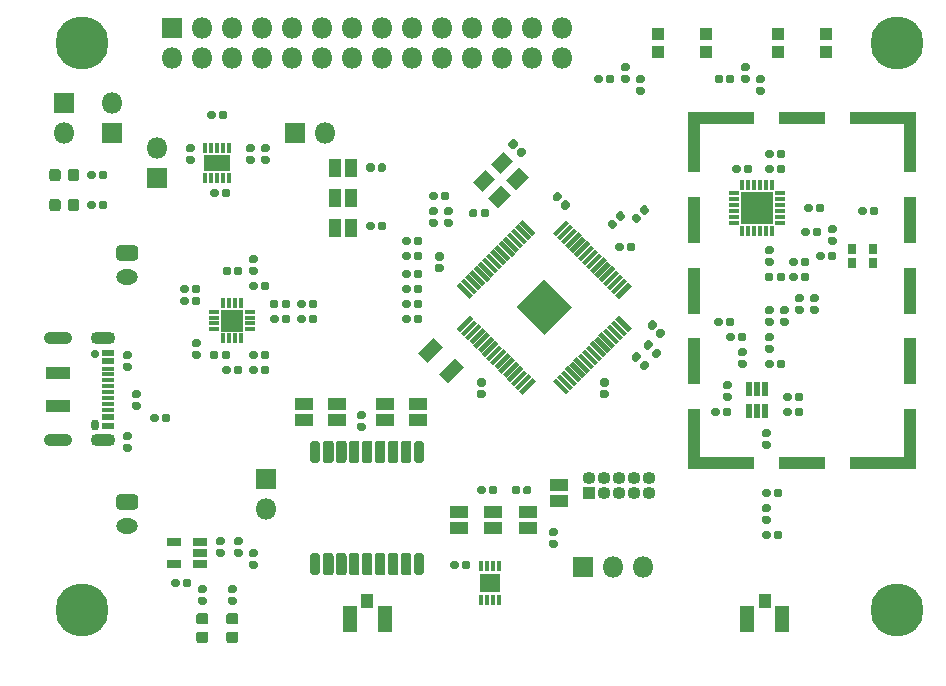
<source format=gbr>
%TF.GenerationSoftware,KiCad,Pcbnew,5.1.6-c6e7f7d~87~ubuntu19.10.1*%
%TF.CreationDate,2020-10-02T13:56:07+02:00*%
%TF.ProjectId,tardigrade,74617264-6967-4726-9164-652e6b696361,rev?*%
%TF.SameCoordinates,Original*%
%TF.FileFunction,Soldermask,Top*%
%TF.FilePolarity,Negative*%
%FSLAX46Y46*%
G04 Gerber Fmt 4.6, Leading zero omitted, Abs format (unit mm)*
G04 Created by KiCad (PCBNEW 5.1.6-c6e7f7d~87~ubuntu19.10.1) date 2020-10-02 13:56:07*
%MOMM*%
%LPD*%
G01*
G04 APERTURE LIST*
%ADD10R,4.650000X1.100000*%
%ADD11R,3.900000X1.100000*%
%ADD12R,1.100000X4.080000*%
%ADD13R,1.100000X3.900000*%
%ADD14R,1.100000X1.100000*%
%ADD15O,1.800000X1.800000*%
%ADD16R,1.800000X1.800000*%
%ADD17C,0.100000*%
%ADD18C,4.500000*%
%ADD19R,0.700000X0.900000*%
%ADD20R,0.400000X0.900000*%
%ADD21R,0.900000X0.400000*%
%ADD22R,1.850000X1.850000*%
%ADD23R,1.160000X0.750000*%
%ADD24R,1.000000X1.100000*%
%ADD25R,1.600000X1.100000*%
%ADD26R,1.100000X1.600000*%
%ADD27O,1.100000X1.100000*%
%ADD28R,1.100000X0.620000*%
%ADD29R,1.100000X0.370000*%
%ADD30O,2.100000X1.100000*%
%ADD31C,0.700000*%
%ADD32O,2.400000X1.100000*%
%ADD33O,0.700000X0.950000*%
%ADD34R,2.100000X1.100000*%
%ADD35R,1.150000X2.300000*%
%ADD36R,1.100000X1.150000*%
%ADD37O,1.850000X1.300000*%
%ADD38R,0.400000X0.950000*%
%ADD39R,1.700000X1.500000*%
%ADD40R,0.500000X1.150000*%
%ADD41R,0.950000X0.400000*%
%ADD42R,2.750000X2.750000*%
%ADD43R,2.200000X1.400000*%
G04 APERTURE END LIST*
D10*
%TO.C,J9*%
X167665000Y-49555000D03*
X167665000Y-78715000D03*
D11*
X161290000Y-49555000D03*
X161290000Y-78715000D03*
D10*
X154915000Y-49555000D03*
X154915000Y-78715000D03*
D12*
X170440000Y-52045000D03*
X152140000Y-52045000D03*
D13*
X170440000Y-58135000D03*
X152140000Y-58135000D03*
X170440000Y-64135000D03*
X152140000Y-64135000D03*
X170440000Y-70135000D03*
X152140000Y-70135000D03*
D12*
X170440000Y-76225000D03*
X152140000Y-76225000D03*
D14*
X170440000Y-78715000D03*
X170440000Y-49555000D03*
X152140000Y-49555000D03*
X152140000Y-78715000D03*
%TD*%
D15*
%TO.C,J8*%
X140970000Y-44450000D03*
X140970000Y-41910000D03*
X138430000Y-44450000D03*
X138430000Y-41910000D03*
X135890000Y-44450000D03*
X135890000Y-41910000D03*
X133350000Y-44450000D03*
X133350000Y-41910000D03*
X130810000Y-44450000D03*
X130810000Y-41910000D03*
X128270000Y-44450000D03*
X128270000Y-41910000D03*
X125730000Y-44450000D03*
X125730000Y-41910000D03*
X123190000Y-44450000D03*
X123190000Y-41910000D03*
X120650000Y-44450000D03*
X120650000Y-41910000D03*
X118110000Y-44450000D03*
X118110000Y-41910000D03*
X115570000Y-44450000D03*
X115570000Y-41910000D03*
X113030000Y-44450000D03*
X113030000Y-41910000D03*
X110490000Y-44450000D03*
X110490000Y-41910000D03*
X107950000Y-44450000D03*
D16*
X107950000Y-41910000D03*
%TD*%
D17*
%TO.C,IC2*%
G36*
X145456761Y-64541697D02*
G01*
X146570454Y-63428004D01*
X146853297Y-63710847D01*
X145739604Y-64824540D01*
X145456761Y-64541697D01*
G37*
G36*
X145103208Y-64188143D02*
G01*
X146216901Y-63074450D01*
X146499744Y-63357293D01*
X145386051Y-64470986D01*
X145103208Y-64188143D01*
G37*
G36*
X144749654Y-63834590D02*
G01*
X145863347Y-62720897D01*
X146146190Y-63003740D01*
X145032497Y-64117433D01*
X144749654Y-63834590D01*
G37*
G36*
X144396101Y-63481037D02*
G01*
X145509794Y-62367344D01*
X145792637Y-62650187D01*
X144678944Y-63763880D01*
X144396101Y-63481037D01*
G37*
G36*
X144042548Y-63127483D02*
G01*
X145156241Y-62013790D01*
X145439084Y-62296633D01*
X144325391Y-63410326D01*
X144042548Y-63127483D01*
G37*
G36*
X143688994Y-62773930D02*
G01*
X144802687Y-61660237D01*
X145085530Y-61943080D01*
X143971837Y-63056773D01*
X143688994Y-62773930D01*
G37*
G36*
X143335441Y-62420376D02*
G01*
X144449134Y-61306683D01*
X144731977Y-61589526D01*
X143618284Y-62703219D01*
X143335441Y-62420376D01*
G37*
G36*
X142981887Y-62066823D02*
G01*
X144095580Y-60953130D01*
X144378423Y-61235973D01*
X143264730Y-62349666D01*
X142981887Y-62066823D01*
G37*
G36*
X142628334Y-61713270D02*
G01*
X143742027Y-60599577D01*
X144024870Y-60882420D01*
X142911177Y-61996113D01*
X142628334Y-61713270D01*
G37*
G36*
X142274781Y-61359716D02*
G01*
X143388474Y-60246023D01*
X143671317Y-60528866D01*
X142557624Y-61642559D01*
X142274781Y-61359716D01*
G37*
G36*
X141921227Y-61006163D02*
G01*
X143034920Y-59892470D01*
X143317763Y-60175313D01*
X142204070Y-61289006D01*
X141921227Y-61006163D01*
G37*
G36*
X141567674Y-60652609D02*
G01*
X142681367Y-59538916D01*
X142964210Y-59821759D01*
X141850517Y-60935452D01*
X141567674Y-60652609D01*
G37*
G36*
X141214120Y-60299056D02*
G01*
X142327813Y-59185363D01*
X142610656Y-59468206D01*
X141496963Y-60581899D01*
X141214120Y-60299056D01*
G37*
G36*
X140860567Y-59945503D02*
G01*
X141974260Y-58831810D01*
X142257103Y-59114653D01*
X141143410Y-60228346D01*
X140860567Y-59945503D01*
G37*
G36*
X140507014Y-59591949D02*
G01*
X141620707Y-58478256D01*
X141903550Y-58761099D01*
X140789857Y-59874792D01*
X140507014Y-59591949D01*
G37*
G36*
X140153460Y-59238396D02*
G01*
X141267153Y-58124703D01*
X141549996Y-58407546D01*
X140436303Y-59521239D01*
X140153460Y-59238396D01*
G37*
G36*
X137624847Y-58124703D02*
G01*
X138738540Y-59238396D01*
X138455697Y-59521239D01*
X137342004Y-58407546D01*
X137624847Y-58124703D01*
G37*
G36*
X137271293Y-58478256D02*
G01*
X138384986Y-59591949D01*
X138102143Y-59874792D01*
X136988450Y-58761099D01*
X137271293Y-58478256D01*
G37*
G36*
X136917740Y-58831810D02*
G01*
X138031433Y-59945503D01*
X137748590Y-60228346D01*
X136634897Y-59114653D01*
X136917740Y-58831810D01*
G37*
G36*
X136564187Y-59185363D02*
G01*
X137677880Y-60299056D01*
X137395037Y-60581899D01*
X136281344Y-59468206D01*
X136564187Y-59185363D01*
G37*
G36*
X136210633Y-59538916D02*
G01*
X137324326Y-60652609D01*
X137041483Y-60935452D01*
X135927790Y-59821759D01*
X136210633Y-59538916D01*
G37*
G36*
X135857080Y-59892470D02*
G01*
X136970773Y-61006163D01*
X136687930Y-61289006D01*
X135574237Y-60175313D01*
X135857080Y-59892470D01*
G37*
G36*
X135503526Y-60246023D02*
G01*
X136617219Y-61359716D01*
X136334376Y-61642559D01*
X135220683Y-60528866D01*
X135503526Y-60246023D01*
G37*
G36*
X135149973Y-60599577D02*
G01*
X136263666Y-61713270D01*
X135980823Y-61996113D01*
X134867130Y-60882420D01*
X135149973Y-60599577D01*
G37*
G36*
X134796420Y-60953130D02*
G01*
X135910113Y-62066823D01*
X135627270Y-62349666D01*
X134513577Y-61235973D01*
X134796420Y-60953130D01*
G37*
G36*
X134442866Y-61306683D02*
G01*
X135556559Y-62420376D01*
X135273716Y-62703219D01*
X134160023Y-61589526D01*
X134442866Y-61306683D01*
G37*
G36*
X134089313Y-61660237D02*
G01*
X135203006Y-62773930D01*
X134920163Y-63056773D01*
X133806470Y-61943080D01*
X134089313Y-61660237D01*
G37*
G36*
X133735759Y-62013790D02*
G01*
X134849452Y-63127483D01*
X134566609Y-63410326D01*
X133452916Y-62296633D01*
X133735759Y-62013790D01*
G37*
G36*
X133382206Y-62367344D02*
G01*
X134495899Y-63481037D01*
X134213056Y-63763880D01*
X133099363Y-62650187D01*
X133382206Y-62367344D01*
G37*
G36*
X133028653Y-62720897D02*
G01*
X134142346Y-63834590D01*
X133859503Y-64117433D01*
X132745810Y-63003740D01*
X133028653Y-62720897D01*
G37*
G36*
X132675099Y-63074450D02*
G01*
X133788792Y-64188143D01*
X133505949Y-64470986D01*
X132392256Y-63357293D01*
X132675099Y-63074450D01*
G37*
G36*
X132321546Y-63428004D02*
G01*
X133435239Y-64541697D01*
X133152396Y-64824540D01*
X132038703Y-63710847D01*
X132321546Y-63428004D01*
G37*
G36*
X132038703Y-67353153D02*
G01*
X133152396Y-66239460D01*
X133435239Y-66522303D01*
X132321546Y-67635996D01*
X132038703Y-67353153D01*
G37*
G36*
X132392256Y-67706707D02*
G01*
X133505949Y-66593014D01*
X133788792Y-66875857D01*
X132675099Y-67989550D01*
X132392256Y-67706707D01*
G37*
G36*
X132745810Y-68060260D02*
G01*
X133859503Y-66946567D01*
X134142346Y-67229410D01*
X133028653Y-68343103D01*
X132745810Y-68060260D01*
G37*
G36*
X133099363Y-68413813D02*
G01*
X134213056Y-67300120D01*
X134495899Y-67582963D01*
X133382206Y-68696656D01*
X133099363Y-68413813D01*
G37*
G36*
X133452916Y-68767367D02*
G01*
X134566609Y-67653674D01*
X134849452Y-67936517D01*
X133735759Y-69050210D01*
X133452916Y-68767367D01*
G37*
G36*
X133806470Y-69120920D02*
G01*
X134920163Y-68007227D01*
X135203006Y-68290070D01*
X134089313Y-69403763D01*
X133806470Y-69120920D01*
G37*
G36*
X134160023Y-69474474D02*
G01*
X135273716Y-68360781D01*
X135556559Y-68643624D01*
X134442866Y-69757317D01*
X134160023Y-69474474D01*
G37*
G36*
X134513577Y-69828027D02*
G01*
X135627270Y-68714334D01*
X135910113Y-68997177D01*
X134796420Y-70110870D01*
X134513577Y-69828027D01*
G37*
G36*
X134867130Y-70181580D02*
G01*
X135980823Y-69067887D01*
X136263666Y-69350730D01*
X135149973Y-70464423D01*
X134867130Y-70181580D01*
G37*
G36*
X135220683Y-70535134D02*
G01*
X136334376Y-69421441D01*
X136617219Y-69704284D01*
X135503526Y-70817977D01*
X135220683Y-70535134D01*
G37*
G36*
X135574237Y-70888687D02*
G01*
X136687930Y-69774994D01*
X136970773Y-70057837D01*
X135857080Y-71171530D01*
X135574237Y-70888687D01*
G37*
G36*
X135927790Y-71242241D02*
G01*
X137041483Y-70128548D01*
X137324326Y-70411391D01*
X136210633Y-71525084D01*
X135927790Y-71242241D01*
G37*
G36*
X136281344Y-71595794D02*
G01*
X137395037Y-70482101D01*
X137677880Y-70764944D01*
X136564187Y-71878637D01*
X136281344Y-71595794D01*
G37*
G36*
X136634897Y-71949347D02*
G01*
X137748590Y-70835654D01*
X138031433Y-71118497D01*
X136917740Y-72232190D01*
X136634897Y-71949347D01*
G37*
G36*
X136988450Y-72302901D02*
G01*
X138102143Y-71189208D01*
X138384986Y-71472051D01*
X137271293Y-72585744D01*
X136988450Y-72302901D01*
G37*
G36*
X137342004Y-72656454D02*
G01*
X138455697Y-71542761D01*
X138738540Y-71825604D01*
X137624847Y-72939297D01*
X137342004Y-72656454D01*
G37*
G36*
X140436303Y-71542761D02*
G01*
X141549996Y-72656454D01*
X141267153Y-72939297D01*
X140153460Y-71825604D01*
X140436303Y-71542761D01*
G37*
G36*
X140789857Y-71189208D02*
G01*
X141903550Y-72302901D01*
X141620707Y-72585744D01*
X140507014Y-71472051D01*
X140789857Y-71189208D01*
G37*
G36*
X141143410Y-70835654D02*
G01*
X142257103Y-71949347D01*
X141974260Y-72232190D01*
X140860567Y-71118497D01*
X141143410Y-70835654D01*
G37*
G36*
X141496963Y-70482101D02*
G01*
X142610656Y-71595794D01*
X142327813Y-71878637D01*
X141214120Y-70764944D01*
X141496963Y-70482101D01*
G37*
G36*
X141850517Y-70128548D02*
G01*
X142964210Y-71242241D01*
X142681367Y-71525084D01*
X141567674Y-70411391D01*
X141850517Y-70128548D01*
G37*
G36*
X142204070Y-69774994D02*
G01*
X143317763Y-70888687D01*
X143034920Y-71171530D01*
X141921227Y-70057837D01*
X142204070Y-69774994D01*
G37*
G36*
X142557624Y-69421441D02*
G01*
X143671317Y-70535134D01*
X143388474Y-70817977D01*
X142274781Y-69704284D01*
X142557624Y-69421441D01*
G37*
G36*
X142911177Y-69067887D02*
G01*
X144024870Y-70181580D01*
X143742027Y-70464423D01*
X142628334Y-69350730D01*
X142911177Y-69067887D01*
G37*
G36*
X143264730Y-68714334D02*
G01*
X144378423Y-69828027D01*
X144095580Y-70110870D01*
X142981887Y-68997177D01*
X143264730Y-68714334D01*
G37*
G36*
X143618284Y-68360781D02*
G01*
X144731977Y-69474474D01*
X144449134Y-69757317D01*
X143335441Y-68643624D01*
X143618284Y-68360781D01*
G37*
G36*
X143971837Y-68007227D02*
G01*
X145085530Y-69120920D01*
X144802687Y-69403763D01*
X143688994Y-68290070D01*
X143971837Y-68007227D01*
G37*
G36*
X144325391Y-67653674D02*
G01*
X145439084Y-68767367D01*
X145156241Y-69050210D01*
X144042548Y-67936517D01*
X144325391Y-67653674D01*
G37*
G36*
X144678944Y-67300120D02*
G01*
X145792637Y-68413813D01*
X145509794Y-68696656D01*
X144396101Y-67582963D01*
X144678944Y-67300120D01*
G37*
G36*
X145032497Y-66946567D02*
G01*
X146146190Y-68060260D01*
X145863347Y-68343103D01*
X144749654Y-67229410D01*
X145032497Y-66946567D01*
G37*
G36*
X145386051Y-66593014D02*
G01*
X146499744Y-67706707D01*
X146216901Y-67989550D01*
X145103208Y-66875857D01*
X145386051Y-66593014D01*
G37*
G36*
X145739604Y-66239460D02*
G01*
X146853297Y-67353153D01*
X146570454Y-67635996D01*
X145456761Y-66522303D01*
X145739604Y-66239460D01*
G37*
G36*
X139446000Y-63191477D02*
G01*
X141786523Y-65532000D01*
X139446000Y-67872523D01*
X137105477Y-65532000D01*
X139446000Y-63191477D01*
G37*
%TD*%
%TO.C,R4*%
G36*
G01*
X115456000Y-71063500D02*
X115456000Y-70668500D01*
G75*
G02*
X115628500Y-70496000I172500J0D01*
G01*
X115973500Y-70496000D01*
G75*
G02*
X116146000Y-70668500I0J-172500D01*
G01*
X116146000Y-71063500D01*
G75*
G02*
X115973500Y-71236000I-172500J0D01*
G01*
X115628500Y-71236000D01*
G75*
G02*
X115456000Y-71063500I0J172500D01*
G01*
G37*
G36*
G01*
X114486000Y-71063500D02*
X114486000Y-70668500D01*
G75*
G02*
X114658500Y-70496000I172500J0D01*
G01*
X115003500Y-70496000D01*
G75*
G02*
X115176000Y-70668500I0J-172500D01*
G01*
X115176000Y-71063500D01*
G75*
G02*
X115003500Y-71236000I-172500J0D01*
G01*
X114658500Y-71236000D01*
G75*
G02*
X114486000Y-71063500I0J172500D01*
G01*
G37*
%TD*%
%TO.C,C19*%
G36*
G01*
X133794700Y-57384300D02*
X133794700Y-57779300D01*
G75*
G02*
X133622200Y-57951800I-172500J0D01*
G01*
X133277200Y-57951800D01*
G75*
G02*
X133104700Y-57779300I0J172500D01*
G01*
X133104700Y-57384300D01*
G75*
G02*
X133277200Y-57211800I172500J0D01*
G01*
X133622200Y-57211800D01*
G75*
G02*
X133794700Y-57384300I0J-172500D01*
G01*
G37*
G36*
G01*
X134764700Y-57384300D02*
X134764700Y-57779300D01*
G75*
G02*
X134592200Y-57951800I-172500J0D01*
G01*
X134247200Y-57951800D01*
G75*
G02*
X134074700Y-57779300I0J172500D01*
G01*
X134074700Y-57384300D01*
G75*
G02*
X134247200Y-57211800I172500J0D01*
G01*
X134592200Y-57211800D01*
G75*
G02*
X134764700Y-57384300I0J-172500D01*
G01*
G37*
%TD*%
D18*
%TO.C,H2*%
X169341800Y-43180000D03*
%TD*%
%TO.C,C38*%
G36*
G01*
X158693500Y-66154000D02*
X158298500Y-66154000D01*
G75*
G02*
X158126000Y-65981500I0J172500D01*
G01*
X158126000Y-65636500D01*
G75*
G02*
X158298500Y-65464000I172500J0D01*
G01*
X158693500Y-65464000D01*
G75*
G02*
X158866000Y-65636500I0J-172500D01*
G01*
X158866000Y-65981500D01*
G75*
G02*
X158693500Y-66154000I-172500J0D01*
G01*
G37*
G36*
G01*
X158693500Y-67124000D02*
X158298500Y-67124000D01*
G75*
G02*
X158126000Y-66951500I0J172500D01*
G01*
X158126000Y-66606500D01*
G75*
G02*
X158298500Y-66434000I172500J0D01*
G01*
X158693500Y-66434000D01*
G75*
G02*
X158866000Y-66606500I0J-172500D01*
G01*
X158866000Y-66951500D01*
G75*
G02*
X158693500Y-67124000I-172500J0D01*
G01*
G37*
%TD*%
%TO.C,C37*%
G36*
G01*
X159963500Y-66154000D02*
X159568500Y-66154000D01*
G75*
G02*
X159396000Y-65981500I0J172500D01*
G01*
X159396000Y-65636500D01*
G75*
G02*
X159568500Y-65464000I172500J0D01*
G01*
X159963500Y-65464000D01*
G75*
G02*
X160136000Y-65636500I0J-172500D01*
G01*
X160136000Y-65981500D01*
G75*
G02*
X159963500Y-66154000I-172500J0D01*
G01*
G37*
G36*
G01*
X159963500Y-67124000D02*
X159568500Y-67124000D01*
G75*
G02*
X159396000Y-66951500I0J172500D01*
G01*
X159396000Y-66606500D01*
G75*
G02*
X159568500Y-66434000I172500J0D01*
G01*
X159963500Y-66434000D01*
G75*
G02*
X160136000Y-66606500I0J-172500D01*
G01*
X160136000Y-66951500D01*
G75*
G02*
X159963500Y-67124000I-172500J0D01*
G01*
G37*
%TD*%
D19*
%TO.C,Y3*%
X165470000Y-61814000D03*
X167270000Y-61814000D03*
X167270000Y-60614000D03*
X165470000Y-60614000D03*
%TD*%
D17*
%TO.C,Y2*%
G36*
X132658560Y-70659357D02*
G01*
X131315057Y-72002860D01*
X130537240Y-71225043D01*
X131880743Y-69881540D01*
X132658560Y-70659357D01*
G37*
G36*
X130890794Y-68891591D02*
G01*
X129547291Y-70235094D01*
X128769474Y-69457277D01*
X130112977Y-68113774D01*
X130890794Y-68891591D01*
G37*
%TD*%
%TO.C,Y1*%
G36*
X134914472Y-53464207D02*
G01*
X136010487Y-52368192D01*
X136823660Y-53181365D01*
X135727645Y-54277380D01*
X134914472Y-53464207D01*
G37*
G36*
X133394192Y-54984487D02*
G01*
X134490207Y-53888472D01*
X135303380Y-54701645D01*
X134207365Y-55797660D01*
X133394192Y-54984487D01*
G37*
G36*
X134702340Y-56292635D02*
G01*
X135798355Y-55196620D01*
X136611528Y-56009793D01*
X135515513Y-57105808D01*
X134702340Y-56292635D01*
G37*
G36*
X136222620Y-54772355D02*
G01*
X137318635Y-53676340D01*
X138131808Y-54489513D01*
X137035793Y-55585528D01*
X136222620Y-54772355D01*
G37*
%TD*%
%TO.C,U3*%
G36*
G01*
X128660000Y-86350000D02*
X129060000Y-86350000D01*
G75*
G02*
X129260000Y-86550000I0J-200000D01*
G01*
X129260000Y-88050000D01*
G75*
G02*
X129060000Y-88250000I-200000J0D01*
G01*
X128660000Y-88250000D01*
G75*
G02*
X128460000Y-88050000I0J200000D01*
G01*
X128460000Y-86550000D01*
G75*
G02*
X128660000Y-86350000I200000J0D01*
G01*
G37*
G36*
G01*
X127535000Y-86350000D02*
X127985000Y-86350000D01*
G75*
G02*
X128210000Y-86575000I0J-225000D01*
G01*
X128210000Y-88025000D01*
G75*
G02*
X127985000Y-88250000I-225000J0D01*
G01*
X127535000Y-88250000D01*
G75*
G02*
X127310000Y-88025000I0J225000D01*
G01*
X127310000Y-86575000D01*
G75*
G02*
X127535000Y-86350000I225000J0D01*
G01*
G37*
G36*
G01*
X126435000Y-86350000D02*
X126885000Y-86350000D01*
G75*
G02*
X127110000Y-86575000I0J-225000D01*
G01*
X127110000Y-88025000D01*
G75*
G02*
X126885000Y-88250000I-225000J0D01*
G01*
X126435000Y-88250000D01*
G75*
G02*
X126210000Y-88025000I0J225000D01*
G01*
X126210000Y-86575000D01*
G75*
G02*
X126435000Y-86350000I225000J0D01*
G01*
G37*
G36*
G01*
X125335000Y-86350000D02*
X125785000Y-86350000D01*
G75*
G02*
X126010000Y-86575000I0J-225000D01*
G01*
X126010000Y-88025000D01*
G75*
G02*
X125785000Y-88250000I-225000J0D01*
G01*
X125335000Y-88250000D01*
G75*
G02*
X125110000Y-88025000I0J225000D01*
G01*
X125110000Y-86575000D01*
G75*
G02*
X125335000Y-86350000I225000J0D01*
G01*
G37*
G36*
G01*
X124235000Y-86350000D02*
X124685000Y-86350000D01*
G75*
G02*
X124910000Y-86575000I0J-225000D01*
G01*
X124910000Y-88025000D01*
G75*
G02*
X124685000Y-88250000I-225000J0D01*
G01*
X124235000Y-88250000D01*
G75*
G02*
X124010000Y-88025000I0J225000D01*
G01*
X124010000Y-86575000D01*
G75*
G02*
X124235000Y-86350000I225000J0D01*
G01*
G37*
G36*
G01*
X123135000Y-86350000D02*
X123585000Y-86350000D01*
G75*
G02*
X123810000Y-86575000I0J-225000D01*
G01*
X123810000Y-88025000D01*
G75*
G02*
X123585000Y-88250000I-225000J0D01*
G01*
X123135000Y-88250000D01*
G75*
G02*
X122910000Y-88025000I0J225000D01*
G01*
X122910000Y-86575000D01*
G75*
G02*
X123135000Y-86350000I225000J0D01*
G01*
G37*
G36*
G01*
X122035000Y-86350000D02*
X122485000Y-86350000D01*
G75*
G02*
X122710000Y-86575000I0J-225000D01*
G01*
X122710000Y-88025000D01*
G75*
G02*
X122485000Y-88250000I-225000J0D01*
G01*
X122035000Y-88250000D01*
G75*
G02*
X121810000Y-88025000I0J225000D01*
G01*
X121810000Y-86575000D01*
G75*
G02*
X122035000Y-86350000I225000J0D01*
G01*
G37*
G36*
G01*
X120935000Y-86350000D02*
X121385000Y-86350000D01*
G75*
G02*
X121610000Y-86575000I0J-225000D01*
G01*
X121610000Y-88025000D01*
G75*
G02*
X121385000Y-88250000I-225000J0D01*
G01*
X120935000Y-88250000D01*
G75*
G02*
X120710000Y-88025000I0J225000D01*
G01*
X120710000Y-86575000D01*
G75*
G02*
X120935000Y-86350000I225000J0D01*
G01*
G37*
G36*
G01*
X119860000Y-86350000D02*
X120260000Y-86350000D01*
G75*
G02*
X120460000Y-86550000I0J-200000D01*
G01*
X120460000Y-88050000D01*
G75*
G02*
X120260000Y-88250000I-200000J0D01*
G01*
X119860000Y-88250000D01*
G75*
G02*
X119660000Y-88050000I0J200000D01*
G01*
X119660000Y-86550000D01*
G75*
G02*
X119860000Y-86350000I200000J0D01*
G01*
G37*
G36*
G01*
X119860000Y-76850000D02*
X120260000Y-76850000D01*
G75*
G02*
X120460000Y-77050000I0J-200000D01*
G01*
X120460000Y-78550000D01*
G75*
G02*
X120260000Y-78750000I-200000J0D01*
G01*
X119860000Y-78750000D01*
G75*
G02*
X119660000Y-78550000I0J200000D01*
G01*
X119660000Y-77050000D01*
G75*
G02*
X119860000Y-76850000I200000J0D01*
G01*
G37*
G36*
G01*
X120935000Y-76850000D02*
X121385000Y-76850000D01*
G75*
G02*
X121610000Y-77075000I0J-225000D01*
G01*
X121610000Y-78525000D01*
G75*
G02*
X121385000Y-78750000I-225000J0D01*
G01*
X120935000Y-78750000D01*
G75*
G02*
X120710000Y-78525000I0J225000D01*
G01*
X120710000Y-77075000D01*
G75*
G02*
X120935000Y-76850000I225000J0D01*
G01*
G37*
G36*
G01*
X122035000Y-76850000D02*
X122485000Y-76850000D01*
G75*
G02*
X122710000Y-77075000I0J-225000D01*
G01*
X122710000Y-78525000D01*
G75*
G02*
X122485000Y-78750000I-225000J0D01*
G01*
X122035000Y-78750000D01*
G75*
G02*
X121810000Y-78525000I0J225000D01*
G01*
X121810000Y-77075000D01*
G75*
G02*
X122035000Y-76850000I225000J0D01*
G01*
G37*
G36*
G01*
X123135000Y-76850000D02*
X123585000Y-76850000D01*
G75*
G02*
X123810000Y-77075000I0J-225000D01*
G01*
X123810000Y-78525000D01*
G75*
G02*
X123585000Y-78750000I-225000J0D01*
G01*
X123135000Y-78750000D01*
G75*
G02*
X122910000Y-78525000I0J225000D01*
G01*
X122910000Y-77075000D01*
G75*
G02*
X123135000Y-76850000I225000J0D01*
G01*
G37*
G36*
G01*
X124235000Y-76850000D02*
X124685000Y-76850000D01*
G75*
G02*
X124910000Y-77075000I0J-225000D01*
G01*
X124910000Y-78525000D01*
G75*
G02*
X124685000Y-78750000I-225000J0D01*
G01*
X124235000Y-78750000D01*
G75*
G02*
X124010000Y-78525000I0J225000D01*
G01*
X124010000Y-77075000D01*
G75*
G02*
X124235000Y-76850000I225000J0D01*
G01*
G37*
G36*
G01*
X125335000Y-76850000D02*
X125785000Y-76850000D01*
G75*
G02*
X126010000Y-77075000I0J-225000D01*
G01*
X126010000Y-78525000D01*
G75*
G02*
X125785000Y-78750000I-225000J0D01*
G01*
X125335000Y-78750000D01*
G75*
G02*
X125110000Y-78525000I0J225000D01*
G01*
X125110000Y-77075000D01*
G75*
G02*
X125335000Y-76850000I225000J0D01*
G01*
G37*
G36*
G01*
X126435000Y-76850000D02*
X126885000Y-76850000D01*
G75*
G02*
X127110000Y-77075000I0J-225000D01*
G01*
X127110000Y-78525000D01*
G75*
G02*
X126885000Y-78750000I-225000J0D01*
G01*
X126435000Y-78750000D01*
G75*
G02*
X126210000Y-78525000I0J225000D01*
G01*
X126210000Y-77075000D01*
G75*
G02*
X126435000Y-76850000I225000J0D01*
G01*
G37*
G36*
G01*
X127535000Y-76850000D02*
X127985000Y-76850000D01*
G75*
G02*
X128210000Y-77075000I0J-225000D01*
G01*
X128210000Y-78525000D01*
G75*
G02*
X127985000Y-78750000I-225000J0D01*
G01*
X127535000Y-78750000D01*
G75*
G02*
X127310000Y-78525000I0J225000D01*
G01*
X127310000Y-77075000D01*
G75*
G02*
X127535000Y-76850000I225000J0D01*
G01*
G37*
G36*
G01*
X128660000Y-76850000D02*
X129060000Y-76850000D01*
G75*
G02*
X129260000Y-77050000I0J-200000D01*
G01*
X129260000Y-78550000D01*
G75*
G02*
X129060000Y-78750000I-200000J0D01*
G01*
X128660000Y-78750000D01*
G75*
G02*
X128460000Y-78550000I0J200000D01*
G01*
X128460000Y-77050000D01*
G75*
G02*
X128660000Y-76850000I200000J0D01*
G01*
G37*
%TD*%
D20*
%TO.C,U2*%
X112280000Y-68175000D03*
X112780000Y-68175000D03*
X113280000Y-68175000D03*
X113780000Y-68175000D03*
D21*
X114530000Y-67425000D03*
X114530000Y-66925000D03*
X114530000Y-66425000D03*
X114530000Y-65925000D03*
D20*
X113780000Y-65175000D03*
X113280000Y-65175000D03*
X112780000Y-65175000D03*
X112280000Y-65175000D03*
D21*
X111530000Y-65925000D03*
X111530000Y-66425000D03*
X111530000Y-66925000D03*
X111530000Y-67425000D03*
D22*
X113030000Y-66675000D03*
%TD*%
D23*
%TO.C,U1*%
X110320000Y-87310000D03*
X110320000Y-86360000D03*
X110320000Y-85410000D03*
X108120000Y-85410000D03*
X108120000Y-87310000D03*
%TD*%
D24*
%TO.C,SW2*%
X163340000Y-42380000D03*
X159240000Y-42380000D03*
X159240000Y-43980000D03*
X163340000Y-43980000D03*
%TD*%
%TO.C,SW1*%
X153180000Y-42380000D03*
X149080000Y-42380000D03*
X149080000Y-43980000D03*
X153180000Y-43980000D03*
%TD*%
%TO.C,R33*%
G36*
G01*
X101740000Y-54553500D02*
X101740000Y-54158500D01*
G75*
G02*
X101912500Y-53986000I172500J0D01*
G01*
X102257500Y-53986000D01*
G75*
G02*
X102430000Y-54158500I0J-172500D01*
G01*
X102430000Y-54553500D01*
G75*
G02*
X102257500Y-54726000I-172500J0D01*
G01*
X101912500Y-54726000D01*
G75*
G02*
X101740000Y-54553500I0J172500D01*
G01*
G37*
G36*
G01*
X100770000Y-54553500D02*
X100770000Y-54158500D01*
G75*
G02*
X100942500Y-53986000I172500J0D01*
G01*
X101287500Y-53986000D01*
G75*
G02*
X101460000Y-54158500I0J-172500D01*
G01*
X101460000Y-54553500D01*
G75*
G02*
X101287500Y-54726000I-172500J0D01*
G01*
X100942500Y-54726000D01*
G75*
G02*
X100770000Y-54553500I0J172500D01*
G01*
G37*
%TD*%
%TO.C,R32*%
G36*
G01*
X140405500Y-84950000D02*
X140010500Y-84950000D01*
G75*
G02*
X139838000Y-84777500I0J172500D01*
G01*
X139838000Y-84432500D01*
G75*
G02*
X140010500Y-84260000I172500J0D01*
G01*
X140405500Y-84260000D01*
G75*
G02*
X140578000Y-84432500I0J-172500D01*
G01*
X140578000Y-84777500D01*
G75*
G02*
X140405500Y-84950000I-172500J0D01*
G01*
G37*
G36*
G01*
X140405500Y-85920000D02*
X140010500Y-85920000D01*
G75*
G02*
X139838000Y-85747500I0J172500D01*
G01*
X139838000Y-85402500D01*
G75*
G02*
X140010500Y-85230000I172500J0D01*
G01*
X140405500Y-85230000D01*
G75*
G02*
X140578000Y-85402500I0J-172500D01*
G01*
X140578000Y-85747500D01*
G75*
G02*
X140405500Y-85920000I-172500J0D01*
G01*
G37*
%TD*%
%TO.C,R31*%
G36*
G01*
X104704500Y-73546000D02*
X105099500Y-73546000D01*
G75*
G02*
X105272000Y-73718500I0J-172500D01*
G01*
X105272000Y-74063500D01*
G75*
G02*
X105099500Y-74236000I-172500J0D01*
G01*
X104704500Y-74236000D01*
G75*
G02*
X104532000Y-74063500I0J172500D01*
G01*
X104532000Y-73718500D01*
G75*
G02*
X104704500Y-73546000I172500J0D01*
G01*
G37*
G36*
G01*
X104704500Y-72576000D02*
X105099500Y-72576000D01*
G75*
G02*
X105272000Y-72748500I0J-172500D01*
G01*
X105272000Y-73093500D01*
G75*
G02*
X105099500Y-73266000I-172500J0D01*
G01*
X104704500Y-73266000D01*
G75*
G02*
X104532000Y-73093500I0J172500D01*
G01*
X104532000Y-72748500D01*
G75*
G02*
X104704500Y-72576000I172500J0D01*
G01*
G37*
%TD*%
%TO.C,R30*%
G36*
G01*
X103942500Y-70244000D02*
X104337500Y-70244000D01*
G75*
G02*
X104510000Y-70416500I0J-172500D01*
G01*
X104510000Y-70761500D01*
G75*
G02*
X104337500Y-70934000I-172500J0D01*
G01*
X103942500Y-70934000D01*
G75*
G02*
X103770000Y-70761500I0J172500D01*
G01*
X103770000Y-70416500D01*
G75*
G02*
X103942500Y-70244000I172500J0D01*
G01*
G37*
G36*
G01*
X103942500Y-69274000D02*
X104337500Y-69274000D01*
G75*
G02*
X104510000Y-69446500I0J-172500D01*
G01*
X104510000Y-69791500D01*
G75*
G02*
X104337500Y-69964000I-172500J0D01*
G01*
X103942500Y-69964000D01*
G75*
G02*
X103770000Y-69791500I0J172500D01*
G01*
X103770000Y-69446500D01*
G75*
G02*
X103942500Y-69274000I172500J0D01*
G01*
G37*
%TD*%
%TO.C,R29*%
G36*
G01*
X154849000Y-46425500D02*
X154849000Y-46030500D01*
G75*
G02*
X155021500Y-45858000I172500J0D01*
G01*
X155366500Y-45858000D01*
G75*
G02*
X155539000Y-46030500I0J-172500D01*
G01*
X155539000Y-46425500D01*
G75*
G02*
X155366500Y-46598000I-172500J0D01*
G01*
X155021500Y-46598000D01*
G75*
G02*
X154849000Y-46425500I0J172500D01*
G01*
G37*
G36*
G01*
X153879000Y-46425500D02*
X153879000Y-46030500D01*
G75*
G02*
X154051500Y-45858000I172500J0D01*
G01*
X154396500Y-45858000D01*
G75*
G02*
X154569000Y-46030500I0J-172500D01*
G01*
X154569000Y-46425500D01*
G75*
G02*
X154396500Y-46598000I-172500J0D01*
G01*
X154051500Y-46598000D01*
G75*
G02*
X153879000Y-46425500I0J172500D01*
G01*
G37*
%TD*%
%TO.C,R28*%
G36*
G01*
X157536500Y-46876000D02*
X157931500Y-46876000D01*
G75*
G02*
X158104000Y-47048500I0J-172500D01*
G01*
X158104000Y-47393500D01*
G75*
G02*
X157931500Y-47566000I-172500J0D01*
G01*
X157536500Y-47566000D01*
G75*
G02*
X157364000Y-47393500I0J172500D01*
G01*
X157364000Y-47048500D01*
G75*
G02*
X157536500Y-46876000I172500J0D01*
G01*
G37*
G36*
G01*
X157536500Y-45906000D02*
X157931500Y-45906000D01*
G75*
G02*
X158104000Y-46078500I0J-172500D01*
G01*
X158104000Y-46423500D01*
G75*
G02*
X157931500Y-46596000I-172500J0D01*
G01*
X157536500Y-46596000D01*
G75*
G02*
X157364000Y-46423500I0J172500D01*
G01*
X157364000Y-46078500D01*
G75*
G02*
X157536500Y-45906000I172500J0D01*
G01*
G37*
%TD*%
%TO.C,R27*%
G36*
G01*
X144666000Y-46425500D02*
X144666000Y-46030500D01*
G75*
G02*
X144838500Y-45858000I172500J0D01*
G01*
X145183500Y-45858000D01*
G75*
G02*
X145356000Y-46030500I0J-172500D01*
G01*
X145356000Y-46425500D01*
G75*
G02*
X145183500Y-46598000I-172500J0D01*
G01*
X144838500Y-46598000D01*
G75*
G02*
X144666000Y-46425500I0J172500D01*
G01*
G37*
G36*
G01*
X143696000Y-46425500D02*
X143696000Y-46030500D01*
G75*
G02*
X143868500Y-45858000I172500J0D01*
G01*
X144213500Y-45858000D01*
G75*
G02*
X144386000Y-46030500I0J-172500D01*
G01*
X144386000Y-46425500D01*
G75*
G02*
X144213500Y-46598000I-172500J0D01*
G01*
X143868500Y-46598000D01*
G75*
G02*
X143696000Y-46425500I0J172500D01*
G01*
G37*
%TD*%
%TO.C,R26*%
G36*
G01*
X137681000Y-81223500D02*
X137681000Y-80828500D01*
G75*
G02*
X137853500Y-80656000I172500J0D01*
G01*
X138198500Y-80656000D01*
G75*
G02*
X138371000Y-80828500I0J-172500D01*
G01*
X138371000Y-81223500D01*
G75*
G02*
X138198500Y-81396000I-172500J0D01*
G01*
X137853500Y-81396000D01*
G75*
G02*
X137681000Y-81223500I0J172500D01*
G01*
G37*
G36*
G01*
X136711000Y-81223500D02*
X136711000Y-80828500D01*
G75*
G02*
X136883500Y-80656000I172500J0D01*
G01*
X137228500Y-80656000D01*
G75*
G02*
X137401000Y-80828500I0J-172500D01*
G01*
X137401000Y-81223500D01*
G75*
G02*
X137228500Y-81396000I-172500J0D01*
G01*
X136883500Y-81396000D01*
G75*
G02*
X136711000Y-81223500I0J172500D01*
G01*
G37*
%TD*%
%TO.C,R25*%
G36*
G01*
X134760000Y-81223500D02*
X134760000Y-80828500D01*
G75*
G02*
X134932500Y-80656000I172500J0D01*
G01*
X135277500Y-80656000D01*
G75*
G02*
X135450000Y-80828500I0J-172500D01*
G01*
X135450000Y-81223500D01*
G75*
G02*
X135277500Y-81396000I-172500J0D01*
G01*
X134932500Y-81396000D01*
G75*
G02*
X134760000Y-81223500I0J172500D01*
G01*
G37*
G36*
G01*
X133790000Y-81223500D02*
X133790000Y-80828500D01*
G75*
G02*
X133962500Y-80656000I172500J0D01*
G01*
X134307500Y-80656000D01*
G75*
G02*
X134480000Y-80828500I0J-172500D01*
G01*
X134480000Y-81223500D01*
G75*
G02*
X134307500Y-81396000I-172500J0D01*
G01*
X133962500Y-81396000D01*
G75*
G02*
X133790000Y-81223500I0J172500D01*
G01*
G37*
%TD*%
%TO.C,R24*%
G36*
G01*
X147376500Y-46876000D02*
X147771500Y-46876000D01*
G75*
G02*
X147944000Y-47048500I0J-172500D01*
G01*
X147944000Y-47393500D01*
G75*
G02*
X147771500Y-47566000I-172500J0D01*
G01*
X147376500Y-47566000D01*
G75*
G02*
X147204000Y-47393500I0J172500D01*
G01*
X147204000Y-47048500D01*
G75*
G02*
X147376500Y-46876000I172500J0D01*
G01*
G37*
G36*
G01*
X147376500Y-45906000D02*
X147771500Y-45906000D01*
G75*
G02*
X147944000Y-46078500I0J-172500D01*
G01*
X147944000Y-46423500D01*
G75*
G02*
X147771500Y-46596000I-172500J0D01*
G01*
X147376500Y-46596000D01*
G75*
G02*
X147204000Y-46423500I0J172500D01*
G01*
X147204000Y-46078500D01*
G75*
G02*
X147376500Y-45906000I172500J0D01*
G01*
G37*
%TD*%
%TO.C,R23*%
G36*
G01*
X155137500Y-72504000D02*
X154742500Y-72504000D01*
G75*
G02*
X154570000Y-72331500I0J172500D01*
G01*
X154570000Y-71986500D01*
G75*
G02*
X154742500Y-71814000I172500J0D01*
G01*
X155137500Y-71814000D01*
G75*
G02*
X155310000Y-71986500I0J-172500D01*
G01*
X155310000Y-72331500D01*
G75*
G02*
X155137500Y-72504000I-172500J0D01*
G01*
G37*
G36*
G01*
X155137500Y-73474000D02*
X154742500Y-73474000D01*
G75*
G02*
X154570000Y-73301500I0J172500D01*
G01*
X154570000Y-72956500D01*
G75*
G02*
X154742500Y-72784000I172500J0D01*
G01*
X155137500Y-72784000D01*
G75*
G02*
X155310000Y-72956500I0J-172500D01*
G01*
X155310000Y-73301500D01*
G75*
G02*
X155137500Y-73474000I-172500J0D01*
G01*
G37*
%TD*%
%TO.C,R22*%
G36*
G01*
X160668000Y-73349500D02*
X160668000Y-72954500D01*
G75*
G02*
X160840500Y-72782000I172500J0D01*
G01*
X161185500Y-72782000D01*
G75*
G02*
X161358000Y-72954500I0J-172500D01*
G01*
X161358000Y-73349500D01*
G75*
G02*
X161185500Y-73522000I-172500J0D01*
G01*
X160840500Y-73522000D01*
G75*
G02*
X160668000Y-73349500I0J172500D01*
G01*
G37*
G36*
G01*
X159698000Y-73349500D02*
X159698000Y-72954500D01*
G75*
G02*
X159870500Y-72782000I172500J0D01*
G01*
X160215500Y-72782000D01*
G75*
G02*
X160388000Y-72954500I0J-172500D01*
G01*
X160388000Y-73349500D01*
G75*
G02*
X160215500Y-73522000I-172500J0D01*
G01*
X159870500Y-73522000D01*
G75*
G02*
X159698000Y-73349500I0J172500D01*
G01*
G37*
%TD*%
%TO.C,R21*%
G36*
G01*
X161476000Y-57347500D02*
X161476000Y-56952500D01*
G75*
G02*
X161648500Y-56780000I172500J0D01*
G01*
X161993500Y-56780000D01*
G75*
G02*
X162166000Y-56952500I0J-172500D01*
G01*
X162166000Y-57347500D01*
G75*
G02*
X161993500Y-57520000I-172500J0D01*
G01*
X161648500Y-57520000D01*
G75*
G02*
X161476000Y-57347500I0J172500D01*
G01*
G37*
G36*
G01*
X162446000Y-57347500D02*
X162446000Y-56952500D01*
G75*
G02*
X162618500Y-56780000I172500J0D01*
G01*
X162963500Y-56780000D01*
G75*
G02*
X163136000Y-56952500I0J-172500D01*
G01*
X163136000Y-57347500D01*
G75*
G02*
X162963500Y-57520000I-172500J0D01*
G01*
X162618500Y-57520000D01*
G75*
G02*
X162446000Y-57347500I0J172500D01*
G01*
G37*
%TD*%
%TO.C,R20*%
G36*
G01*
X128410000Y-62935500D02*
X128410000Y-62540500D01*
G75*
G02*
X128582500Y-62368000I172500J0D01*
G01*
X128927500Y-62368000D01*
G75*
G02*
X129100000Y-62540500I0J-172500D01*
G01*
X129100000Y-62935500D01*
G75*
G02*
X128927500Y-63108000I-172500J0D01*
G01*
X128582500Y-63108000D01*
G75*
G02*
X128410000Y-62935500I0J172500D01*
G01*
G37*
G36*
G01*
X127440000Y-62935500D02*
X127440000Y-62540500D01*
G75*
G02*
X127612500Y-62368000I172500J0D01*
G01*
X127957500Y-62368000D01*
G75*
G02*
X128130000Y-62540500I0J-172500D01*
G01*
X128130000Y-62935500D01*
G75*
G02*
X127957500Y-63108000I-172500J0D01*
G01*
X127612500Y-63108000D01*
G75*
G02*
X127440000Y-62935500I0J172500D01*
G01*
G37*
%TD*%
%TO.C,R19*%
G36*
G01*
X129850500Y-58052000D02*
X130245500Y-58052000D01*
G75*
G02*
X130418000Y-58224500I0J-172500D01*
G01*
X130418000Y-58569500D01*
G75*
G02*
X130245500Y-58742000I-172500J0D01*
G01*
X129850500Y-58742000D01*
G75*
G02*
X129678000Y-58569500I0J172500D01*
G01*
X129678000Y-58224500D01*
G75*
G02*
X129850500Y-58052000I172500J0D01*
G01*
G37*
G36*
G01*
X129850500Y-57082000D02*
X130245500Y-57082000D01*
G75*
G02*
X130418000Y-57254500I0J-172500D01*
G01*
X130418000Y-57599500D01*
G75*
G02*
X130245500Y-57772000I-172500J0D01*
G01*
X129850500Y-57772000D01*
G75*
G02*
X129678000Y-57599500I0J172500D01*
G01*
X129678000Y-57254500D01*
G75*
G02*
X129850500Y-57082000I172500J0D01*
G01*
G37*
%TD*%
%TO.C,R18*%
G36*
G01*
X148549342Y-69326649D02*
X148828649Y-69047341D01*
G75*
G02*
X149072601Y-69047341I121976J-121976D01*
G01*
X149316553Y-69291293D01*
G75*
G02*
X149316553Y-69535245I-121976J-121976D01*
G01*
X149037245Y-69814553D01*
G75*
G02*
X148793293Y-69814553I-121976J121976D01*
G01*
X148549341Y-69570601D01*
G75*
G02*
X148549341Y-69326649I121976J121976D01*
G01*
G37*
G36*
G01*
X147863448Y-68640755D02*
X148142755Y-68361447D01*
G75*
G02*
X148386707Y-68361447I121976J-121976D01*
G01*
X148630659Y-68605399D01*
G75*
G02*
X148630659Y-68849351I-121976J-121976D01*
G01*
X148351351Y-69128659D01*
G75*
G02*
X148107399Y-69128659I-121976J121976D01*
G01*
X147863447Y-68884707D01*
G75*
G02*
X147863447Y-68640755I121976J121976D01*
G01*
G37*
%TD*%
%TO.C,R17*%
G36*
G01*
X125082000Y-58476500D02*
X125082000Y-58871500D01*
G75*
G02*
X124909500Y-59044000I-172500J0D01*
G01*
X124564500Y-59044000D01*
G75*
G02*
X124392000Y-58871500I0J172500D01*
G01*
X124392000Y-58476500D01*
G75*
G02*
X124564500Y-58304000I172500J0D01*
G01*
X124909500Y-58304000D01*
G75*
G02*
X125082000Y-58476500I0J-172500D01*
G01*
G37*
G36*
G01*
X126052000Y-58476500D02*
X126052000Y-58871500D01*
G75*
G02*
X125879500Y-59044000I-172500J0D01*
G01*
X125534500Y-59044000D01*
G75*
G02*
X125362000Y-58871500I0J172500D01*
G01*
X125362000Y-58476500D01*
G75*
G02*
X125534500Y-58304000I172500J0D01*
G01*
X125879500Y-58304000D01*
G75*
G02*
X126052000Y-58476500I0J-172500D01*
G01*
G37*
%TD*%
%TO.C,R16*%
G36*
G01*
X126052000Y-53523500D02*
X126052000Y-53918500D01*
G75*
G02*
X125879500Y-54091000I-172500J0D01*
G01*
X125534500Y-54091000D01*
G75*
G02*
X125362000Y-53918500I0J172500D01*
G01*
X125362000Y-53523500D01*
G75*
G02*
X125534500Y-53351000I172500J0D01*
G01*
X125879500Y-53351000D01*
G75*
G02*
X126052000Y-53523500I0J-172500D01*
G01*
G37*
G36*
G01*
X125082000Y-53523500D02*
X125082000Y-53918500D01*
G75*
G02*
X124909500Y-54091000I-172500J0D01*
G01*
X124564500Y-54091000D01*
G75*
G02*
X124392000Y-53918500I0J172500D01*
G01*
X124392000Y-53523500D01*
G75*
G02*
X124564500Y-53351000I172500J0D01*
G01*
X124909500Y-53351000D01*
G75*
G02*
X125082000Y-53523500I0J-172500D01*
G01*
G37*
%TD*%
%TO.C,R15*%
G36*
G01*
X112913000Y-62286500D02*
X112913000Y-62681500D01*
G75*
G02*
X112740500Y-62854000I-172500J0D01*
G01*
X112395500Y-62854000D01*
G75*
G02*
X112223000Y-62681500I0J172500D01*
G01*
X112223000Y-62286500D01*
G75*
G02*
X112395500Y-62114000I172500J0D01*
G01*
X112740500Y-62114000D01*
G75*
G02*
X112913000Y-62286500I0J-172500D01*
G01*
G37*
G36*
G01*
X113883000Y-62286500D02*
X113883000Y-62681500D01*
G75*
G02*
X113710500Y-62854000I-172500J0D01*
G01*
X113365500Y-62854000D01*
G75*
G02*
X113193000Y-62681500I0J172500D01*
G01*
X113193000Y-62286500D01*
G75*
G02*
X113365500Y-62114000I172500J0D01*
G01*
X113710500Y-62114000D01*
G75*
G02*
X113883000Y-62286500I0J-172500D01*
G01*
G37*
%TD*%
%TO.C,R14*%
G36*
G01*
X101740000Y-57093500D02*
X101740000Y-56698500D01*
G75*
G02*
X101912500Y-56526000I172500J0D01*
G01*
X102257500Y-56526000D01*
G75*
G02*
X102430000Y-56698500I0J-172500D01*
G01*
X102430000Y-57093500D01*
G75*
G02*
X102257500Y-57266000I-172500J0D01*
G01*
X101912500Y-57266000D01*
G75*
G02*
X101740000Y-57093500I0J172500D01*
G01*
G37*
G36*
G01*
X100770000Y-57093500D02*
X100770000Y-56698500D01*
G75*
G02*
X100942500Y-56526000I172500J0D01*
G01*
X101287500Y-56526000D01*
G75*
G02*
X101460000Y-56698500I0J-172500D01*
G01*
X101460000Y-57093500D01*
G75*
G02*
X101287500Y-57266000I-172500J0D01*
G01*
X100942500Y-57266000D01*
G75*
G02*
X100770000Y-57093500I0J172500D01*
G01*
G37*
%TD*%
%TO.C,R13*%
G36*
G01*
X115005500Y-61836000D02*
X114610500Y-61836000D01*
G75*
G02*
X114438000Y-61663500I0J172500D01*
G01*
X114438000Y-61318500D01*
G75*
G02*
X114610500Y-61146000I172500J0D01*
G01*
X115005500Y-61146000D01*
G75*
G02*
X115178000Y-61318500I0J-172500D01*
G01*
X115178000Y-61663500D01*
G75*
G02*
X115005500Y-61836000I-172500J0D01*
G01*
G37*
G36*
G01*
X115005500Y-62806000D02*
X114610500Y-62806000D01*
G75*
G02*
X114438000Y-62633500I0J172500D01*
G01*
X114438000Y-62288500D01*
G75*
G02*
X114610500Y-62116000I172500J0D01*
G01*
X115005500Y-62116000D01*
G75*
G02*
X115178000Y-62288500I0J-172500D01*
G01*
X115178000Y-62633500D01*
G75*
G02*
X115005500Y-62806000I-172500J0D01*
G01*
G37*
%TD*%
%TO.C,R12*%
G36*
G01*
X115456000Y-63951500D02*
X115456000Y-63556500D01*
G75*
G02*
X115628500Y-63384000I172500J0D01*
G01*
X115973500Y-63384000D01*
G75*
G02*
X116146000Y-63556500I0J-172500D01*
G01*
X116146000Y-63951500D01*
G75*
G02*
X115973500Y-64124000I-172500J0D01*
G01*
X115628500Y-64124000D01*
G75*
G02*
X115456000Y-63951500I0J172500D01*
G01*
G37*
G36*
G01*
X114486000Y-63951500D02*
X114486000Y-63556500D01*
G75*
G02*
X114658500Y-63384000I172500J0D01*
G01*
X115003500Y-63384000D01*
G75*
G02*
X115176000Y-63556500I0J-172500D01*
G01*
X115176000Y-63951500D01*
G75*
G02*
X115003500Y-64124000I-172500J0D01*
G01*
X114658500Y-64124000D01*
G75*
G02*
X114486000Y-63951500I0J172500D01*
G01*
G37*
%TD*%
%TO.C,R11*%
G36*
G01*
X115005500Y-87698000D02*
X114610500Y-87698000D01*
G75*
G02*
X114438000Y-87525500I0J172500D01*
G01*
X114438000Y-87180500D01*
G75*
G02*
X114610500Y-87008000I172500J0D01*
G01*
X115005500Y-87008000D01*
G75*
G02*
X115178000Y-87180500I0J-172500D01*
G01*
X115178000Y-87525500D01*
G75*
G02*
X115005500Y-87698000I-172500J0D01*
G01*
G37*
G36*
G01*
X115005500Y-86728000D02*
X114610500Y-86728000D01*
G75*
G02*
X114438000Y-86555500I0J172500D01*
G01*
X114438000Y-86210500D01*
G75*
G02*
X114610500Y-86038000I172500J0D01*
G01*
X115005500Y-86038000D01*
G75*
G02*
X115178000Y-86210500I0J-172500D01*
G01*
X115178000Y-86555500D01*
G75*
G02*
X115005500Y-86728000I-172500J0D01*
G01*
G37*
%TD*%
%TO.C,R10*%
G36*
G01*
X119240000Y-65080500D02*
X119240000Y-65475500D01*
G75*
G02*
X119067500Y-65648000I-172500J0D01*
G01*
X118722500Y-65648000D01*
G75*
G02*
X118550000Y-65475500I0J172500D01*
G01*
X118550000Y-65080500D01*
G75*
G02*
X118722500Y-64908000I172500J0D01*
G01*
X119067500Y-64908000D01*
G75*
G02*
X119240000Y-65080500I0J-172500D01*
G01*
G37*
G36*
G01*
X120210000Y-65080500D02*
X120210000Y-65475500D01*
G75*
G02*
X120037500Y-65648000I-172500J0D01*
G01*
X119692500Y-65648000D01*
G75*
G02*
X119520000Y-65475500I0J172500D01*
G01*
X119520000Y-65080500D01*
G75*
G02*
X119692500Y-64908000I172500J0D01*
G01*
X120037500Y-64908000D01*
G75*
G02*
X120210000Y-65080500I0J-172500D01*
G01*
G37*
%TD*%
%TO.C,R9*%
G36*
G01*
X116931000Y-65080500D02*
X116931000Y-65475500D01*
G75*
G02*
X116758500Y-65648000I-172500J0D01*
G01*
X116413500Y-65648000D01*
G75*
G02*
X116241000Y-65475500I0J172500D01*
G01*
X116241000Y-65080500D01*
G75*
G02*
X116413500Y-64908000I172500J0D01*
G01*
X116758500Y-64908000D01*
G75*
G02*
X116931000Y-65080500I0J-172500D01*
G01*
G37*
G36*
G01*
X117901000Y-65080500D02*
X117901000Y-65475500D01*
G75*
G02*
X117728500Y-65648000I-172500J0D01*
G01*
X117383500Y-65648000D01*
G75*
G02*
X117211000Y-65475500I0J172500D01*
G01*
X117211000Y-65080500D01*
G75*
G02*
X117383500Y-64908000I172500J0D01*
G01*
X117728500Y-64908000D01*
G75*
G02*
X117901000Y-65080500I0J-172500D01*
G01*
G37*
%TD*%
%TO.C,R8*%
G36*
G01*
X113340500Y-85992000D02*
X113735500Y-85992000D01*
G75*
G02*
X113908000Y-86164500I0J-172500D01*
G01*
X113908000Y-86509500D01*
G75*
G02*
X113735500Y-86682000I-172500J0D01*
G01*
X113340500Y-86682000D01*
G75*
G02*
X113168000Y-86509500I0J172500D01*
G01*
X113168000Y-86164500D01*
G75*
G02*
X113340500Y-85992000I172500J0D01*
G01*
G37*
G36*
G01*
X113340500Y-85022000D02*
X113735500Y-85022000D01*
G75*
G02*
X113908000Y-85194500I0J-172500D01*
G01*
X113908000Y-85539500D01*
G75*
G02*
X113735500Y-85712000I-172500J0D01*
G01*
X113340500Y-85712000D01*
G75*
G02*
X113168000Y-85539500I0J172500D01*
G01*
X113168000Y-85194500D01*
G75*
G02*
X113340500Y-85022000I172500J0D01*
G01*
G37*
%TD*%
%TO.C,R7*%
G36*
G01*
X119240000Y-66350500D02*
X119240000Y-66745500D01*
G75*
G02*
X119067500Y-66918000I-172500J0D01*
G01*
X118722500Y-66918000D01*
G75*
G02*
X118550000Y-66745500I0J172500D01*
G01*
X118550000Y-66350500D01*
G75*
G02*
X118722500Y-66178000I172500J0D01*
G01*
X119067500Y-66178000D01*
G75*
G02*
X119240000Y-66350500I0J-172500D01*
G01*
G37*
G36*
G01*
X120210000Y-66350500D02*
X120210000Y-66745500D01*
G75*
G02*
X120037500Y-66918000I-172500J0D01*
G01*
X119692500Y-66918000D01*
G75*
G02*
X119520000Y-66745500I0J172500D01*
G01*
X119520000Y-66350500D01*
G75*
G02*
X119692500Y-66178000I172500J0D01*
G01*
X120037500Y-66178000D01*
G75*
G02*
X120210000Y-66350500I0J-172500D01*
G01*
G37*
%TD*%
%TO.C,R6*%
G36*
G01*
X116954000Y-66350500D02*
X116954000Y-66745500D01*
G75*
G02*
X116781500Y-66918000I-172500J0D01*
G01*
X116436500Y-66918000D01*
G75*
G02*
X116264000Y-66745500I0J172500D01*
G01*
X116264000Y-66350500D01*
G75*
G02*
X116436500Y-66178000I172500J0D01*
G01*
X116781500Y-66178000D01*
G75*
G02*
X116954000Y-66350500I0J-172500D01*
G01*
G37*
G36*
G01*
X117924000Y-66350500D02*
X117924000Y-66745500D01*
G75*
G02*
X117751500Y-66918000I-172500J0D01*
G01*
X117406500Y-66918000D01*
G75*
G02*
X117234000Y-66745500I0J172500D01*
G01*
X117234000Y-66350500D01*
G75*
G02*
X117406500Y-66178000I172500J0D01*
G01*
X117751500Y-66178000D01*
G75*
G02*
X117924000Y-66350500I0J-172500D01*
G01*
G37*
%TD*%
%TO.C,R5*%
G36*
G01*
X113227500Y-89776000D02*
X112832500Y-89776000D01*
G75*
G02*
X112660000Y-89603500I0J172500D01*
G01*
X112660000Y-89258500D01*
G75*
G02*
X112832500Y-89086000I172500J0D01*
G01*
X113227500Y-89086000D01*
G75*
G02*
X113400000Y-89258500I0J-172500D01*
G01*
X113400000Y-89603500D01*
G75*
G02*
X113227500Y-89776000I-172500J0D01*
G01*
G37*
G36*
G01*
X113227500Y-90746000D02*
X112832500Y-90746000D01*
G75*
G02*
X112660000Y-90573500I0J172500D01*
G01*
X112660000Y-90228500D01*
G75*
G02*
X112832500Y-90056000I172500J0D01*
G01*
X113227500Y-90056000D01*
G75*
G02*
X113400000Y-90228500I0J-172500D01*
G01*
X113400000Y-90573500D01*
G75*
G02*
X113227500Y-90746000I-172500J0D01*
G01*
G37*
%TD*%
%TO.C,R3*%
G36*
G01*
X113170000Y-71063500D02*
X113170000Y-70668500D01*
G75*
G02*
X113342500Y-70496000I172500J0D01*
G01*
X113687500Y-70496000D01*
G75*
G02*
X113860000Y-70668500I0J-172500D01*
G01*
X113860000Y-71063500D01*
G75*
G02*
X113687500Y-71236000I-172500J0D01*
G01*
X113342500Y-71236000D01*
G75*
G02*
X113170000Y-71063500I0J172500D01*
G01*
G37*
G36*
G01*
X112200000Y-71063500D02*
X112200000Y-70668500D01*
G75*
G02*
X112372500Y-70496000I172500J0D01*
G01*
X112717500Y-70496000D01*
G75*
G02*
X112890000Y-70668500I0J-172500D01*
G01*
X112890000Y-71063500D01*
G75*
G02*
X112717500Y-71236000I-172500J0D01*
G01*
X112372500Y-71236000D01*
G75*
G02*
X112200000Y-71063500I0J172500D01*
G01*
G37*
%TD*%
%TO.C,R2*%
G36*
G01*
X110687500Y-89776000D02*
X110292500Y-89776000D01*
G75*
G02*
X110120000Y-89603500I0J172500D01*
G01*
X110120000Y-89258500D01*
G75*
G02*
X110292500Y-89086000I172500J0D01*
G01*
X110687500Y-89086000D01*
G75*
G02*
X110860000Y-89258500I0J-172500D01*
G01*
X110860000Y-89603500D01*
G75*
G02*
X110687500Y-89776000I-172500J0D01*
G01*
G37*
G36*
G01*
X110687500Y-90746000D02*
X110292500Y-90746000D01*
G75*
G02*
X110120000Y-90573500I0J172500D01*
G01*
X110120000Y-90228500D01*
G75*
G02*
X110292500Y-90056000I172500J0D01*
G01*
X110687500Y-90056000D01*
G75*
G02*
X110860000Y-90228500I0J-172500D01*
G01*
X110860000Y-90573500D01*
G75*
G02*
X110687500Y-90746000I-172500J0D01*
G01*
G37*
%TD*%
%TO.C,R1*%
G36*
G01*
X108572000Y-88702500D02*
X108572000Y-89097500D01*
G75*
G02*
X108399500Y-89270000I-172500J0D01*
G01*
X108054500Y-89270000D01*
G75*
G02*
X107882000Y-89097500I0J172500D01*
G01*
X107882000Y-88702500D01*
G75*
G02*
X108054500Y-88530000I172500J0D01*
G01*
X108399500Y-88530000D01*
G75*
G02*
X108572000Y-88702500I0J-172500D01*
G01*
G37*
G36*
G01*
X109542000Y-88702500D02*
X109542000Y-89097500D01*
G75*
G02*
X109369500Y-89270000I-172500J0D01*
G01*
X109024500Y-89270000D01*
G75*
G02*
X108852000Y-89097500I0J172500D01*
G01*
X108852000Y-88702500D01*
G75*
G02*
X109024500Y-88530000I172500J0D01*
G01*
X109369500Y-88530000D01*
G75*
G02*
X109542000Y-88702500I0J-172500D01*
G01*
G37*
%TD*%
%TO.C,L10*%
G36*
G01*
X158044500Y-83198000D02*
X158439500Y-83198000D01*
G75*
G02*
X158612000Y-83370500I0J-172500D01*
G01*
X158612000Y-83715500D01*
G75*
G02*
X158439500Y-83888000I-172500J0D01*
G01*
X158044500Y-83888000D01*
G75*
G02*
X157872000Y-83715500I0J172500D01*
G01*
X157872000Y-83370500D01*
G75*
G02*
X158044500Y-83198000I172500J0D01*
G01*
G37*
G36*
G01*
X158044500Y-82228000D02*
X158439500Y-82228000D01*
G75*
G02*
X158612000Y-82400500I0J-172500D01*
G01*
X158612000Y-82745500D01*
G75*
G02*
X158439500Y-82918000I-172500J0D01*
G01*
X158044500Y-82918000D01*
G75*
G02*
X157872000Y-82745500I0J172500D01*
G01*
X157872000Y-82400500D01*
G75*
G02*
X158044500Y-82228000I172500J0D01*
G01*
G37*
%TD*%
%TO.C,L9*%
G36*
G01*
X158298500Y-68720000D02*
X158693500Y-68720000D01*
G75*
G02*
X158866000Y-68892500I0J-172500D01*
G01*
X158866000Y-69237500D01*
G75*
G02*
X158693500Y-69410000I-172500J0D01*
G01*
X158298500Y-69410000D01*
G75*
G02*
X158126000Y-69237500I0J172500D01*
G01*
X158126000Y-68892500D01*
G75*
G02*
X158298500Y-68720000I172500J0D01*
G01*
G37*
G36*
G01*
X158298500Y-67750000D02*
X158693500Y-67750000D01*
G75*
G02*
X158866000Y-67922500I0J-172500D01*
G01*
X158866000Y-68267500D01*
G75*
G02*
X158693500Y-68440000I-172500J0D01*
G01*
X158298500Y-68440000D01*
G75*
G02*
X158126000Y-68267500I0J172500D01*
G01*
X158126000Y-67922500D01*
G75*
G02*
X158298500Y-67750000I172500J0D01*
G01*
G37*
%TD*%
%TO.C,L8*%
G36*
G01*
X160838500Y-65418000D02*
X161233500Y-65418000D01*
G75*
G02*
X161406000Y-65590500I0J-172500D01*
G01*
X161406000Y-65935500D01*
G75*
G02*
X161233500Y-66108000I-172500J0D01*
G01*
X160838500Y-66108000D01*
G75*
G02*
X160666000Y-65935500I0J172500D01*
G01*
X160666000Y-65590500D01*
G75*
G02*
X160838500Y-65418000I172500J0D01*
G01*
G37*
G36*
G01*
X160838500Y-64448000D02*
X161233500Y-64448000D01*
G75*
G02*
X161406000Y-64620500I0J-172500D01*
G01*
X161406000Y-64965500D01*
G75*
G02*
X161233500Y-65138000I-172500J0D01*
G01*
X160838500Y-65138000D01*
G75*
G02*
X160666000Y-64965500I0J172500D01*
G01*
X160666000Y-64620500D01*
G75*
G02*
X160838500Y-64448000I172500J0D01*
G01*
G37*
%TD*%
%TO.C,L7*%
G36*
G01*
X155842000Y-68269500D02*
X155842000Y-67874500D01*
G75*
G02*
X156014500Y-67702000I172500J0D01*
G01*
X156359500Y-67702000D01*
G75*
G02*
X156532000Y-67874500I0J-172500D01*
G01*
X156532000Y-68269500D01*
G75*
G02*
X156359500Y-68442000I-172500J0D01*
G01*
X156014500Y-68442000D01*
G75*
G02*
X155842000Y-68269500I0J172500D01*
G01*
G37*
G36*
G01*
X154872000Y-68269500D02*
X154872000Y-67874500D01*
G75*
G02*
X155044500Y-67702000I172500J0D01*
G01*
X155389500Y-67702000D01*
G75*
G02*
X155562000Y-67874500I0J-172500D01*
G01*
X155562000Y-68269500D01*
G75*
G02*
X155389500Y-68442000I-172500J0D01*
G01*
X155044500Y-68442000D01*
G75*
G02*
X154872000Y-68269500I0J172500D01*
G01*
G37*
%TD*%
%TO.C,L6*%
G36*
G01*
X159121000Y-63189500D02*
X159121000Y-62794500D01*
G75*
G02*
X159293500Y-62622000I172500J0D01*
G01*
X159638500Y-62622000D01*
G75*
G02*
X159811000Y-62794500I0J-172500D01*
G01*
X159811000Y-63189500D01*
G75*
G02*
X159638500Y-63362000I-172500J0D01*
G01*
X159293500Y-63362000D01*
G75*
G02*
X159121000Y-63189500I0J172500D01*
G01*
G37*
G36*
G01*
X158151000Y-63189500D02*
X158151000Y-62794500D01*
G75*
G02*
X158323500Y-62622000I172500J0D01*
G01*
X158668500Y-62622000D01*
G75*
G02*
X158841000Y-62794500I0J-172500D01*
G01*
X158841000Y-63189500D01*
G75*
G02*
X158668500Y-63362000I-172500J0D01*
G01*
X158323500Y-63362000D01*
G75*
G02*
X158151000Y-63189500I0J172500D01*
G01*
G37*
%TD*%
%TO.C,L5*%
G36*
G01*
X158298500Y-61354000D02*
X158693500Y-61354000D01*
G75*
G02*
X158866000Y-61526500I0J-172500D01*
G01*
X158866000Y-61871500D01*
G75*
G02*
X158693500Y-62044000I-172500J0D01*
G01*
X158298500Y-62044000D01*
G75*
G02*
X158126000Y-61871500I0J172500D01*
G01*
X158126000Y-61526500D01*
G75*
G02*
X158298500Y-61354000I172500J0D01*
G01*
G37*
G36*
G01*
X158298500Y-60384000D02*
X158693500Y-60384000D01*
G75*
G02*
X158866000Y-60556500I0J-172500D01*
G01*
X158866000Y-60901500D01*
G75*
G02*
X158693500Y-61074000I-172500J0D01*
G01*
X158298500Y-61074000D01*
G75*
G02*
X158126000Y-60901500I0J172500D01*
G01*
X158126000Y-60556500D01*
G75*
G02*
X158298500Y-60384000I172500J0D01*
G01*
G37*
%TD*%
%TO.C,L4*%
G36*
G01*
X159144000Y-52775500D02*
X159144000Y-52380500D01*
G75*
G02*
X159316500Y-52208000I172500J0D01*
G01*
X159661500Y-52208000D01*
G75*
G02*
X159834000Y-52380500I0J-172500D01*
G01*
X159834000Y-52775500D01*
G75*
G02*
X159661500Y-52948000I-172500J0D01*
G01*
X159316500Y-52948000D01*
G75*
G02*
X159144000Y-52775500I0J172500D01*
G01*
G37*
G36*
G01*
X158174000Y-52775500D02*
X158174000Y-52380500D01*
G75*
G02*
X158346500Y-52208000I172500J0D01*
G01*
X158691500Y-52208000D01*
G75*
G02*
X158864000Y-52380500I0J-172500D01*
G01*
X158864000Y-52775500D01*
G75*
G02*
X158691500Y-52948000I-172500J0D01*
G01*
X158346500Y-52948000D01*
G75*
G02*
X158174000Y-52775500I0J172500D01*
G01*
G37*
%TD*%
%TO.C,L3*%
G36*
G01*
X130358500Y-61885000D02*
X130753500Y-61885000D01*
G75*
G02*
X130926000Y-62057500I0J-172500D01*
G01*
X130926000Y-62402500D01*
G75*
G02*
X130753500Y-62575000I-172500J0D01*
G01*
X130358500Y-62575000D01*
G75*
G02*
X130186000Y-62402500I0J172500D01*
G01*
X130186000Y-62057500D01*
G75*
G02*
X130358500Y-61885000I172500J0D01*
G01*
G37*
G36*
G01*
X130358500Y-60915000D02*
X130753500Y-60915000D01*
G75*
G02*
X130926000Y-61087500I0J-172500D01*
G01*
X130926000Y-61432500D01*
G75*
G02*
X130753500Y-61605000I-172500J0D01*
G01*
X130358500Y-61605000D01*
G75*
G02*
X130186000Y-61432500I0J172500D01*
G01*
X130186000Y-61087500D01*
G75*
G02*
X130358500Y-60915000I172500J0D01*
G01*
G37*
%TD*%
%TO.C,L2*%
G36*
G01*
X111900000Y-49473500D02*
X111900000Y-49078500D01*
G75*
G02*
X112072500Y-48906000I172500J0D01*
G01*
X112417500Y-48906000D01*
G75*
G02*
X112590000Y-49078500I0J-172500D01*
G01*
X112590000Y-49473500D01*
G75*
G02*
X112417500Y-49646000I-172500J0D01*
G01*
X112072500Y-49646000D01*
G75*
G02*
X111900000Y-49473500I0J172500D01*
G01*
G37*
G36*
G01*
X110930000Y-49473500D02*
X110930000Y-49078500D01*
G75*
G02*
X111102500Y-48906000I172500J0D01*
G01*
X111447500Y-48906000D01*
G75*
G02*
X111620000Y-49078500I0J-172500D01*
G01*
X111620000Y-49473500D01*
G75*
G02*
X111447500Y-49646000I-172500J0D01*
G01*
X111102500Y-49646000D01*
G75*
G02*
X110930000Y-49473500I0J172500D01*
G01*
G37*
%TD*%
%TO.C,L1*%
G36*
G01*
X110179500Y-68948000D02*
X109784500Y-68948000D01*
G75*
G02*
X109612000Y-68775500I0J172500D01*
G01*
X109612000Y-68430500D01*
G75*
G02*
X109784500Y-68258000I172500J0D01*
G01*
X110179500Y-68258000D01*
G75*
G02*
X110352000Y-68430500I0J-172500D01*
G01*
X110352000Y-68775500D01*
G75*
G02*
X110179500Y-68948000I-172500J0D01*
G01*
G37*
G36*
G01*
X110179500Y-69918000D02*
X109784500Y-69918000D01*
G75*
G02*
X109612000Y-69745500I0J172500D01*
G01*
X109612000Y-69400500D01*
G75*
G02*
X109784500Y-69228000I172500J0D01*
G01*
X110179500Y-69228000D01*
G75*
G02*
X110352000Y-69400500I0J-172500D01*
G01*
X110352000Y-69745500D01*
G75*
G02*
X110179500Y-69918000I-172500J0D01*
G01*
G37*
%TD*%
D15*
%TO.C,JP16*%
X98806000Y-50800000D03*
D16*
X98806000Y-48260000D03*
%TD*%
D25*
%TO.C,JP15*%
X140716000Y-80630000D03*
X140716000Y-81930000D03*
%TD*%
%TO.C,JP14*%
X121920000Y-73772000D03*
X121920000Y-75072000D03*
%TD*%
%TO.C,JP13*%
X119126000Y-75072000D03*
X119126000Y-73772000D03*
%TD*%
%TO.C,JP12*%
X128778000Y-75072000D03*
X128778000Y-73772000D03*
%TD*%
%TO.C,JP11*%
X125984000Y-75072000D03*
X125984000Y-73772000D03*
%TD*%
%TO.C,JP10*%
X138049000Y-82916000D03*
X138049000Y-84216000D03*
%TD*%
%TO.C,JP9*%
X135128000Y-82916000D03*
X135128000Y-84216000D03*
%TD*%
%TO.C,JP8*%
X132207000Y-82916000D03*
X132207000Y-84216000D03*
%TD*%
D26*
%TO.C,JP7*%
X123078000Y-56261000D03*
X121778000Y-56261000D03*
%TD*%
%TO.C,JP6*%
X123078000Y-53721000D03*
X121778000Y-53721000D03*
%TD*%
%TO.C,JP5*%
X121778000Y-58801000D03*
X123078000Y-58801000D03*
%TD*%
D15*
%TO.C,JP4*%
X120904000Y-50800000D03*
D16*
X118364000Y-50800000D03*
%TD*%
D15*
%TO.C,JP3*%
X102870000Y-48260000D03*
D16*
X102870000Y-50800000D03*
%TD*%
D15*
%TO.C,JP2*%
X106680000Y-52070000D03*
D16*
X106680000Y-54610000D03*
%TD*%
D15*
%TO.C,JP1*%
X115874800Y-82600800D03*
D16*
X115874800Y-80060800D03*
%TD*%
D15*
%TO.C,J7*%
X147828000Y-87553800D03*
X145288000Y-87553800D03*
D16*
X142748000Y-87553800D03*
%TD*%
D27*
%TO.C,J6*%
X148336000Y-80010000D03*
X148336000Y-81280000D03*
X147066000Y-80010000D03*
X147066000Y-81280000D03*
X145796000Y-80010000D03*
X145796000Y-81280000D03*
X144526000Y-80010000D03*
X144526000Y-81280000D03*
X143256000Y-80010000D03*
D14*
X143256000Y-81280000D03*
%TD*%
D28*
%TO.C,J5*%
X102489300Y-75591600D03*
X102489300Y-74841600D03*
X102489300Y-70141600D03*
X102489300Y-69391600D03*
X102489300Y-69391600D03*
X102489300Y-70141600D03*
X102489300Y-74841600D03*
X102489300Y-75591600D03*
D29*
X102489300Y-70741600D03*
X102489300Y-71241600D03*
X102489300Y-71741600D03*
X102489300Y-72741600D03*
X102489300Y-73241600D03*
X102489300Y-73741600D03*
X102489300Y-74241600D03*
X102489300Y-72241600D03*
D30*
X102114300Y-76811600D03*
X102114300Y-68171600D03*
D31*
X101389300Y-69491600D03*
D32*
X98289300Y-68171600D03*
D33*
X101389300Y-75491600D03*
D32*
X98289300Y-76811600D03*
D34*
X98289300Y-73891600D03*
X98289300Y-71091600D03*
%TD*%
D35*
%TO.C,J4*%
X122985000Y-91915000D03*
D36*
X124460000Y-90390000D03*
D35*
X125935000Y-91915000D03*
%TD*%
%TO.C,J3*%
X159590000Y-91915000D03*
D36*
X158115000Y-90390000D03*
D35*
X156640000Y-91915000D03*
%TD*%
D37*
%TO.C,J2*%
X104140000Y-84042000D03*
G36*
G01*
X103485832Y-81392000D02*
X104794168Y-81392000D01*
G75*
G02*
X105065000Y-81662832I0J-270832D01*
G01*
X105065000Y-82421168D01*
G75*
G02*
X104794168Y-82692000I-270832J0D01*
G01*
X103485832Y-82692000D01*
G75*
G02*
X103215000Y-82421168I0J270832D01*
G01*
X103215000Y-81662832D01*
G75*
G02*
X103485832Y-81392000I270832J0D01*
G01*
G37*
%TD*%
%TO.C,J1*%
X104140000Y-62960000D03*
G36*
G01*
X103485832Y-60310000D02*
X104794168Y-60310000D01*
G75*
G02*
X105065000Y-60580832I0J-270832D01*
G01*
X105065000Y-61339168D01*
G75*
G02*
X104794168Y-61610000I-270832J0D01*
G01*
X103485832Y-61610000D01*
G75*
G02*
X103215000Y-61339168I0J270832D01*
G01*
X103215000Y-60580832D01*
G75*
G02*
X103485832Y-60310000I270832J0D01*
G01*
G37*
%TD*%
D38*
%TO.C,IC5*%
X134124000Y-90350000D03*
X134624000Y-90350000D03*
X135124000Y-90350000D03*
X135624000Y-90350000D03*
X135624000Y-87450000D03*
X135124000Y-87450000D03*
X134624000Y-87450000D03*
X134124000Y-87450000D03*
D39*
X134874000Y-88900000D03*
%TD*%
D40*
%TO.C,IC4*%
X158130000Y-74356000D03*
X157480000Y-74356000D03*
X156830000Y-74356000D03*
X156830000Y-72456000D03*
X157480000Y-72456000D03*
X158130000Y-72456000D03*
%TD*%
D41*
%TO.C,IC3*%
X159430000Y-58400000D03*
X159430000Y-57900000D03*
X159430000Y-57400000D03*
X159430000Y-56900000D03*
X159430000Y-56400000D03*
X159430000Y-55900000D03*
D38*
X158730000Y-55200000D03*
X158230000Y-55200000D03*
X157730000Y-55200000D03*
X157230000Y-55200000D03*
X156730000Y-55200000D03*
X156230000Y-55200000D03*
D41*
X155530000Y-55900000D03*
X155530000Y-56400000D03*
X155530000Y-56900000D03*
X155530000Y-57400000D03*
X155530000Y-57900000D03*
X155530000Y-58400000D03*
D38*
X156230000Y-59100000D03*
X156730000Y-59100000D03*
X157230000Y-59100000D03*
X157730000Y-59100000D03*
X158230000Y-59100000D03*
X158730000Y-59100000D03*
D42*
X157480000Y-57150000D03*
%TD*%
D20*
%TO.C,IC1*%
X112760000Y-52090000D03*
X112260000Y-52090000D03*
X111760000Y-52090000D03*
X111260000Y-52090000D03*
X110760000Y-52090000D03*
X110760000Y-54590000D03*
X111260000Y-54590000D03*
X111760000Y-54590000D03*
X112260000Y-54590000D03*
X112760000Y-54590000D03*
D43*
X111760000Y-53340000D03*
%TD*%
D18*
%TO.C,H4*%
X169341800Y-91186000D03*
%TD*%
%TO.C,H3*%
X100330000Y-91186000D03*
%TD*%
%TO.C,H1*%
X100330000Y-43180000D03*
%TD*%
%TO.C,FB3*%
G36*
G01*
X106794000Y-74732500D02*
X106794000Y-75127500D01*
G75*
G02*
X106621500Y-75300000I-172500J0D01*
G01*
X106276500Y-75300000D01*
G75*
G02*
X106104000Y-75127500I0J172500D01*
G01*
X106104000Y-74732500D01*
G75*
G02*
X106276500Y-74560000I172500J0D01*
G01*
X106621500Y-74560000D01*
G75*
G02*
X106794000Y-74732500I0J-172500D01*
G01*
G37*
G36*
G01*
X107764000Y-74732500D02*
X107764000Y-75127500D01*
G75*
G02*
X107591500Y-75300000I-172500J0D01*
G01*
X107246500Y-75300000D01*
G75*
G02*
X107074000Y-75127500I0J172500D01*
G01*
X107074000Y-74732500D01*
G75*
G02*
X107246500Y-74560000I172500J0D01*
G01*
X107591500Y-74560000D01*
G75*
G02*
X107764000Y-74732500I0J-172500D01*
G01*
G37*
%TD*%
%TO.C,FB2*%
G36*
G01*
X104337500Y-76822000D02*
X103942500Y-76822000D01*
G75*
G02*
X103770000Y-76649500I0J172500D01*
G01*
X103770000Y-76304500D01*
G75*
G02*
X103942500Y-76132000I172500J0D01*
G01*
X104337500Y-76132000D01*
G75*
G02*
X104510000Y-76304500I0J-172500D01*
G01*
X104510000Y-76649500D01*
G75*
G02*
X104337500Y-76822000I-172500J0D01*
G01*
G37*
G36*
G01*
X104337500Y-77792000D02*
X103942500Y-77792000D01*
G75*
G02*
X103770000Y-77619500I0J172500D01*
G01*
X103770000Y-77274500D01*
G75*
G02*
X103942500Y-77102000I172500J0D01*
G01*
X104337500Y-77102000D01*
G75*
G02*
X104510000Y-77274500I0J-172500D01*
G01*
X104510000Y-77619500D01*
G75*
G02*
X104337500Y-77792000I-172500J0D01*
G01*
G37*
%TD*%
%TO.C,FB1*%
G36*
G01*
X164027500Y-59296000D02*
X163632500Y-59296000D01*
G75*
G02*
X163460000Y-59123500I0J172500D01*
G01*
X163460000Y-58778500D01*
G75*
G02*
X163632500Y-58606000I172500J0D01*
G01*
X164027500Y-58606000D01*
G75*
G02*
X164200000Y-58778500I0J-172500D01*
G01*
X164200000Y-59123500D01*
G75*
G02*
X164027500Y-59296000I-172500J0D01*
G01*
G37*
G36*
G01*
X164027500Y-60266000D02*
X163632500Y-60266000D01*
G75*
G02*
X163460000Y-60093500I0J172500D01*
G01*
X163460000Y-59748500D01*
G75*
G02*
X163632500Y-59576000I172500J0D01*
G01*
X164027500Y-59576000D01*
G75*
G02*
X164200000Y-59748500I0J-172500D01*
G01*
X164200000Y-60093500D01*
G75*
G02*
X164027500Y-60266000I-172500J0D01*
G01*
G37*
%TD*%
%TO.C,D4*%
G36*
G01*
X99106000Y-54637250D02*
X99106000Y-54074750D01*
G75*
G02*
X99349750Y-53831000I243750J0D01*
G01*
X99837250Y-53831000D01*
G75*
G02*
X100081000Y-54074750I0J-243750D01*
G01*
X100081000Y-54637250D01*
G75*
G02*
X99837250Y-54881000I-243750J0D01*
G01*
X99349750Y-54881000D01*
G75*
G02*
X99106000Y-54637250I0J243750D01*
G01*
G37*
G36*
G01*
X97531000Y-54637250D02*
X97531000Y-54074750D01*
G75*
G02*
X97774750Y-53831000I243750J0D01*
G01*
X98262250Y-53831000D01*
G75*
G02*
X98506000Y-54074750I0J-243750D01*
G01*
X98506000Y-54637250D01*
G75*
G02*
X98262250Y-54881000I-243750J0D01*
G01*
X97774750Y-54881000D01*
G75*
G02*
X97531000Y-54637250I0J243750D01*
G01*
G37*
%TD*%
%TO.C,D3*%
G36*
G01*
X99106000Y-57177250D02*
X99106000Y-56614750D01*
G75*
G02*
X99349750Y-56371000I243750J0D01*
G01*
X99837250Y-56371000D01*
G75*
G02*
X100081000Y-56614750I0J-243750D01*
G01*
X100081000Y-57177250D01*
G75*
G02*
X99837250Y-57421000I-243750J0D01*
G01*
X99349750Y-57421000D01*
G75*
G02*
X99106000Y-57177250I0J243750D01*
G01*
G37*
G36*
G01*
X97531000Y-57177250D02*
X97531000Y-56614750D01*
G75*
G02*
X97774750Y-56371000I243750J0D01*
G01*
X98262250Y-56371000D01*
G75*
G02*
X98506000Y-56614750I0J-243750D01*
G01*
X98506000Y-57177250D01*
G75*
G02*
X98262250Y-57421000I-243750J0D01*
G01*
X97774750Y-57421000D01*
G75*
G02*
X97531000Y-57177250I0J243750D01*
G01*
G37*
%TD*%
%TO.C,D2*%
G36*
G01*
X113311250Y-92410000D02*
X112748750Y-92410000D01*
G75*
G02*
X112505000Y-92166250I0J243750D01*
G01*
X112505000Y-91678750D01*
G75*
G02*
X112748750Y-91435000I243750J0D01*
G01*
X113311250Y-91435000D01*
G75*
G02*
X113555000Y-91678750I0J-243750D01*
G01*
X113555000Y-92166250D01*
G75*
G02*
X113311250Y-92410000I-243750J0D01*
G01*
G37*
G36*
G01*
X113311250Y-93985000D02*
X112748750Y-93985000D01*
G75*
G02*
X112505000Y-93741250I0J243750D01*
G01*
X112505000Y-93253750D01*
G75*
G02*
X112748750Y-93010000I243750J0D01*
G01*
X113311250Y-93010000D01*
G75*
G02*
X113555000Y-93253750I0J-243750D01*
G01*
X113555000Y-93741250D01*
G75*
G02*
X113311250Y-93985000I-243750J0D01*
G01*
G37*
%TD*%
%TO.C,D1*%
G36*
G01*
X110208750Y-93010000D02*
X110771250Y-93010000D01*
G75*
G02*
X111015000Y-93253750I0J-243750D01*
G01*
X111015000Y-93741250D01*
G75*
G02*
X110771250Y-93985000I-243750J0D01*
G01*
X110208750Y-93985000D01*
G75*
G02*
X109965000Y-93741250I0J243750D01*
G01*
X109965000Y-93253750D01*
G75*
G02*
X110208750Y-93010000I243750J0D01*
G01*
G37*
G36*
G01*
X110208750Y-91435000D02*
X110771250Y-91435000D01*
G75*
G02*
X111015000Y-91678750I0J-243750D01*
G01*
X111015000Y-92166250D01*
G75*
G02*
X110771250Y-92410000I-243750J0D01*
G01*
X110208750Y-92410000D01*
G75*
G02*
X109965000Y-92166250I0J243750D01*
G01*
X109965000Y-91678750D01*
G75*
G02*
X110208750Y-91435000I243750J0D01*
G01*
G37*
%TD*%
%TO.C,C48*%
G36*
G01*
X156661500Y-45580000D02*
X156266500Y-45580000D01*
G75*
G02*
X156094000Y-45407500I0J172500D01*
G01*
X156094000Y-45062500D01*
G75*
G02*
X156266500Y-44890000I172500J0D01*
G01*
X156661500Y-44890000D01*
G75*
G02*
X156834000Y-45062500I0J-172500D01*
G01*
X156834000Y-45407500D01*
G75*
G02*
X156661500Y-45580000I-172500J0D01*
G01*
G37*
G36*
G01*
X156661500Y-46550000D02*
X156266500Y-46550000D01*
G75*
G02*
X156094000Y-46377500I0J172500D01*
G01*
X156094000Y-46032500D01*
G75*
G02*
X156266500Y-45860000I172500J0D01*
G01*
X156661500Y-45860000D01*
G75*
G02*
X156834000Y-46032500I0J-172500D01*
G01*
X156834000Y-46377500D01*
G75*
G02*
X156661500Y-46550000I-172500J0D01*
G01*
G37*
%TD*%
%TO.C,C47*%
G36*
G01*
X124149500Y-75044000D02*
X123754500Y-75044000D01*
G75*
G02*
X123582000Y-74871500I0J172500D01*
G01*
X123582000Y-74526500D01*
G75*
G02*
X123754500Y-74354000I172500J0D01*
G01*
X124149500Y-74354000D01*
G75*
G02*
X124322000Y-74526500I0J-172500D01*
G01*
X124322000Y-74871500D01*
G75*
G02*
X124149500Y-75044000I-172500J0D01*
G01*
G37*
G36*
G01*
X124149500Y-76014000D02*
X123754500Y-76014000D01*
G75*
G02*
X123582000Y-75841500I0J172500D01*
G01*
X123582000Y-75496500D01*
G75*
G02*
X123754500Y-75324000I172500J0D01*
G01*
X124149500Y-75324000D01*
G75*
G02*
X124322000Y-75496500I0J-172500D01*
G01*
X124322000Y-75841500D01*
G75*
G02*
X124149500Y-76014000I-172500J0D01*
G01*
G37*
%TD*%
%TO.C,C46*%
G36*
G01*
X146501500Y-45580000D02*
X146106500Y-45580000D01*
G75*
G02*
X145934000Y-45407500I0J172500D01*
G01*
X145934000Y-45062500D01*
G75*
G02*
X146106500Y-44890000I172500J0D01*
G01*
X146501500Y-44890000D01*
G75*
G02*
X146674000Y-45062500I0J-172500D01*
G01*
X146674000Y-45407500D01*
G75*
G02*
X146501500Y-45580000I-172500J0D01*
G01*
G37*
G36*
G01*
X146501500Y-46550000D02*
X146106500Y-46550000D01*
G75*
G02*
X145934000Y-46377500I0J172500D01*
G01*
X145934000Y-46032500D01*
G75*
G02*
X146106500Y-45860000I172500J0D01*
G01*
X146501500Y-45860000D01*
G75*
G02*
X146674000Y-46032500I0J-172500D01*
G01*
X146674000Y-46377500D01*
G75*
G02*
X146501500Y-46550000I-172500J0D01*
G01*
G37*
%TD*%
%TO.C,C45*%
G36*
G01*
X132194000Y-87178500D02*
X132194000Y-87573500D01*
G75*
G02*
X132021500Y-87746000I-172500J0D01*
G01*
X131676500Y-87746000D01*
G75*
G02*
X131504000Y-87573500I0J172500D01*
G01*
X131504000Y-87178500D01*
G75*
G02*
X131676500Y-87006000I172500J0D01*
G01*
X132021500Y-87006000D01*
G75*
G02*
X132194000Y-87178500I0J-172500D01*
G01*
G37*
G36*
G01*
X133164000Y-87178500D02*
X133164000Y-87573500D01*
G75*
G02*
X132991500Y-87746000I-172500J0D01*
G01*
X132646500Y-87746000D01*
G75*
G02*
X132474000Y-87573500I0J172500D01*
G01*
X132474000Y-87178500D01*
G75*
G02*
X132646500Y-87006000I172500J0D01*
G01*
X132991500Y-87006000D01*
G75*
G02*
X133164000Y-87178500I0J-172500D01*
G01*
G37*
%TD*%
%TO.C,C44*%
G36*
G01*
X158610000Y-84638500D02*
X158610000Y-85033500D01*
G75*
G02*
X158437500Y-85206000I-172500J0D01*
G01*
X158092500Y-85206000D01*
G75*
G02*
X157920000Y-85033500I0J172500D01*
G01*
X157920000Y-84638500D01*
G75*
G02*
X158092500Y-84466000I172500J0D01*
G01*
X158437500Y-84466000D01*
G75*
G02*
X158610000Y-84638500I0J-172500D01*
G01*
G37*
G36*
G01*
X159580000Y-84638500D02*
X159580000Y-85033500D01*
G75*
G02*
X159407500Y-85206000I-172500J0D01*
G01*
X159062500Y-85206000D01*
G75*
G02*
X158890000Y-85033500I0J172500D01*
G01*
X158890000Y-84638500D01*
G75*
G02*
X159062500Y-84466000I172500J0D01*
G01*
X159407500Y-84466000D01*
G75*
G02*
X159580000Y-84638500I0J-172500D01*
G01*
G37*
%TD*%
%TO.C,C43*%
G36*
G01*
X158610000Y-81082500D02*
X158610000Y-81477500D01*
G75*
G02*
X158437500Y-81650000I-172500J0D01*
G01*
X158092500Y-81650000D01*
G75*
G02*
X157920000Y-81477500I0J172500D01*
G01*
X157920000Y-81082500D01*
G75*
G02*
X158092500Y-80910000I172500J0D01*
G01*
X158437500Y-80910000D01*
G75*
G02*
X158610000Y-81082500I0J-172500D01*
G01*
G37*
G36*
G01*
X159580000Y-81082500D02*
X159580000Y-81477500D01*
G75*
G02*
X159407500Y-81650000I-172500J0D01*
G01*
X159062500Y-81650000D01*
G75*
G02*
X158890000Y-81477500I0J172500D01*
G01*
X158890000Y-81082500D01*
G75*
G02*
X159062500Y-80910000I172500J0D01*
G01*
X159407500Y-80910000D01*
G75*
G02*
X159580000Y-81082500I0J-172500D01*
G01*
G37*
%TD*%
%TO.C,C42*%
G36*
G01*
X158439500Y-76568000D02*
X158044500Y-76568000D01*
G75*
G02*
X157872000Y-76395500I0J172500D01*
G01*
X157872000Y-76050500D01*
G75*
G02*
X158044500Y-75878000I172500J0D01*
G01*
X158439500Y-75878000D01*
G75*
G02*
X158612000Y-76050500I0J-172500D01*
G01*
X158612000Y-76395500D01*
G75*
G02*
X158439500Y-76568000I-172500J0D01*
G01*
G37*
G36*
G01*
X158439500Y-77538000D02*
X158044500Y-77538000D01*
G75*
G02*
X157872000Y-77365500I0J172500D01*
G01*
X157872000Y-77020500D01*
G75*
G02*
X158044500Y-76848000I172500J0D01*
G01*
X158439500Y-76848000D01*
G75*
G02*
X158612000Y-77020500I0J-172500D01*
G01*
X158612000Y-77365500D01*
G75*
G02*
X158439500Y-77538000I-172500J0D01*
G01*
G37*
%TD*%
%TO.C,C41*%
G36*
G01*
X154572000Y-74619500D02*
X154572000Y-74224500D01*
G75*
G02*
X154744500Y-74052000I172500J0D01*
G01*
X155089500Y-74052000D01*
G75*
G02*
X155262000Y-74224500I0J-172500D01*
G01*
X155262000Y-74619500D01*
G75*
G02*
X155089500Y-74792000I-172500J0D01*
G01*
X154744500Y-74792000D01*
G75*
G02*
X154572000Y-74619500I0J172500D01*
G01*
G37*
G36*
G01*
X153602000Y-74619500D02*
X153602000Y-74224500D01*
G75*
G02*
X153774500Y-74052000I172500J0D01*
G01*
X154119500Y-74052000D01*
G75*
G02*
X154292000Y-74224500I0J-172500D01*
G01*
X154292000Y-74619500D01*
G75*
G02*
X154119500Y-74792000I-172500J0D01*
G01*
X153774500Y-74792000D01*
G75*
G02*
X153602000Y-74619500I0J172500D01*
G01*
G37*
%TD*%
%TO.C,C40*%
G36*
G01*
X160388000Y-74224500D02*
X160388000Y-74619500D01*
G75*
G02*
X160215500Y-74792000I-172500J0D01*
G01*
X159870500Y-74792000D01*
G75*
G02*
X159698000Y-74619500I0J172500D01*
G01*
X159698000Y-74224500D01*
G75*
G02*
X159870500Y-74052000I172500J0D01*
G01*
X160215500Y-74052000D01*
G75*
G02*
X160388000Y-74224500I0J-172500D01*
G01*
G37*
G36*
G01*
X161358000Y-74224500D02*
X161358000Y-74619500D01*
G75*
G02*
X161185500Y-74792000I-172500J0D01*
G01*
X160840500Y-74792000D01*
G75*
G02*
X160668000Y-74619500I0J172500D01*
G01*
X160668000Y-74224500D01*
G75*
G02*
X160840500Y-74052000I172500J0D01*
G01*
X161185500Y-74052000D01*
G75*
G02*
X161358000Y-74224500I0J-172500D01*
G01*
G37*
%TD*%
%TO.C,C39*%
G36*
G01*
X158864000Y-70160500D02*
X158864000Y-70555500D01*
G75*
G02*
X158691500Y-70728000I-172500J0D01*
G01*
X158346500Y-70728000D01*
G75*
G02*
X158174000Y-70555500I0J172500D01*
G01*
X158174000Y-70160500D01*
G75*
G02*
X158346500Y-69988000I172500J0D01*
G01*
X158691500Y-69988000D01*
G75*
G02*
X158864000Y-70160500I0J-172500D01*
G01*
G37*
G36*
G01*
X159834000Y-70160500D02*
X159834000Y-70555500D01*
G75*
G02*
X159661500Y-70728000I-172500J0D01*
G01*
X159316500Y-70728000D01*
G75*
G02*
X159144000Y-70555500I0J172500D01*
G01*
X159144000Y-70160500D01*
G75*
G02*
X159316500Y-69988000I172500J0D01*
G01*
X159661500Y-69988000D01*
G75*
G02*
X159834000Y-70160500I0J-172500D01*
G01*
G37*
%TD*%
%TO.C,C36*%
G36*
G01*
X156407500Y-69710000D02*
X156012500Y-69710000D01*
G75*
G02*
X155840000Y-69537500I0J172500D01*
G01*
X155840000Y-69192500D01*
G75*
G02*
X156012500Y-69020000I172500J0D01*
G01*
X156407500Y-69020000D01*
G75*
G02*
X156580000Y-69192500I0J-172500D01*
G01*
X156580000Y-69537500D01*
G75*
G02*
X156407500Y-69710000I-172500J0D01*
G01*
G37*
G36*
G01*
X156407500Y-70680000D02*
X156012500Y-70680000D01*
G75*
G02*
X155840000Y-70507500I0J172500D01*
G01*
X155840000Y-70162500D01*
G75*
G02*
X156012500Y-69990000I172500J0D01*
G01*
X156407500Y-69990000D01*
G75*
G02*
X156580000Y-70162500I0J-172500D01*
G01*
X156580000Y-70507500D01*
G75*
G02*
X156407500Y-70680000I-172500J0D01*
G01*
G37*
%TD*%
%TO.C,C35*%
G36*
G01*
X162503500Y-65138000D02*
X162108500Y-65138000D01*
G75*
G02*
X161936000Y-64965500I0J172500D01*
G01*
X161936000Y-64620500D01*
G75*
G02*
X162108500Y-64448000I172500J0D01*
G01*
X162503500Y-64448000D01*
G75*
G02*
X162676000Y-64620500I0J-172500D01*
G01*
X162676000Y-64965500D01*
G75*
G02*
X162503500Y-65138000I-172500J0D01*
G01*
G37*
G36*
G01*
X162503500Y-66108000D02*
X162108500Y-66108000D01*
G75*
G02*
X161936000Y-65935500I0J172500D01*
G01*
X161936000Y-65590500D01*
G75*
G02*
X162108500Y-65418000I172500J0D01*
G01*
X162503500Y-65418000D01*
G75*
G02*
X162676000Y-65590500I0J-172500D01*
G01*
X162676000Y-65935500D01*
G75*
G02*
X162503500Y-66108000I-172500J0D01*
G01*
G37*
%TD*%
%TO.C,C34*%
G36*
G01*
X154826000Y-66999500D02*
X154826000Y-66604500D01*
G75*
G02*
X154998500Y-66432000I172500J0D01*
G01*
X155343500Y-66432000D01*
G75*
G02*
X155516000Y-66604500I0J-172500D01*
G01*
X155516000Y-66999500D01*
G75*
G02*
X155343500Y-67172000I-172500J0D01*
G01*
X154998500Y-67172000D01*
G75*
G02*
X154826000Y-66999500I0J172500D01*
G01*
G37*
G36*
G01*
X153856000Y-66999500D02*
X153856000Y-66604500D01*
G75*
G02*
X154028500Y-66432000I172500J0D01*
G01*
X154373500Y-66432000D01*
G75*
G02*
X154546000Y-66604500I0J-172500D01*
G01*
X154546000Y-66999500D01*
G75*
G02*
X154373500Y-67172000I-172500J0D01*
G01*
X154028500Y-67172000D01*
G75*
G02*
X153856000Y-66999500I0J172500D01*
G01*
G37*
%TD*%
%TO.C,C33*%
G36*
G01*
X160896000Y-62794500D02*
X160896000Y-63189500D01*
G75*
G02*
X160723500Y-63362000I-172500J0D01*
G01*
X160378500Y-63362000D01*
G75*
G02*
X160206000Y-63189500I0J172500D01*
G01*
X160206000Y-62794500D01*
G75*
G02*
X160378500Y-62622000I172500J0D01*
G01*
X160723500Y-62622000D01*
G75*
G02*
X160896000Y-62794500I0J-172500D01*
G01*
G37*
G36*
G01*
X161866000Y-62794500D02*
X161866000Y-63189500D01*
G75*
G02*
X161693500Y-63362000I-172500J0D01*
G01*
X161348500Y-63362000D01*
G75*
G02*
X161176000Y-63189500I0J172500D01*
G01*
X161176000Y-62794500D01*
G75*
G02*
X161348500Y-62622000I172500J0D01*
G01*
X161693500Y-62622000D01*
G75*
G02*
X161866000Y-62794500I0J-172500D01*
G01*
G37*
%TD*%
%TO.C,C32*%
G36*
G01*
X160896000Y-61524500D02*
X160896000Y-61919500D01*
G75*
G02*
X160723500Y-62092000I-172500J0D01*
G01*
X160378500Y-62092000D01*
G75*
G02*
X160206000Y-61919500I0J172500D01*
G01*
X160206000Y-61524500D01*
G75*
G02*
X160378500Y-61352000I172500J0D01*
G01*
X160723500Y-61352000D01*
G75*
G02*
X160896000Y-61524500I0J-172500D01*
G01*
G37*
G36*
G01*
X161866000Y-61524500D02*
X161866000Y-61919500D01*
G75*
G02*
X161693500Y-62092000I-172500J0D01*
G01*
X161348500Y-62092000D01*
G75*
G02*
X161176000Y-61919500I0J172500D01*
G01*
X161176000Y-61524500D01*
G75*
G02*
X161348500Y-61352000I172500J0D01*
G01*
X161693500Y-61352000D01*
G75*
G02*
X161866000Y-61524500I0J-172500D01*
G01*
G37*
%TD*%
%TO.C,C31*%
G36*
G01*
X161912000Y-58984500D02*
X161912000Y-59379500D01*
G75*
G02*
X161739500Y-59552000I-172500J0D01*
G01*
X161394500Y-59552000D01*
G75*
G02*
X161222000Y-59379500I0J172500D01*
G01*
X161222000Y-58984500D01*
G75*
G02*
X161394500Y-58812000I172500J0D01*
G01*
X161739500Y-58812000D01*
G75*
G02*
X161912000Y-58984500I0J-172500D01*
G01*
G37*
G36*
G01*
X162882000Y-58984500D02*
X162882000Y-59379500D01*
G75*
G02*
X162709500Y-59552000I-172500J0D01*
G01*
X162364500Y-59552000D01*
G75*
G02*
X162192000Y-59379500I0J172500D01*
G01*
X162192000Y-58984500D01*
G75*
G02*
X162364500Y-58812000I172500J0D01*
G01*
X162709500Y-58812000D01*
G75*
G02*
X162882000Y-58984500I0J-172500D01*
G01*
G37*
%TD*%
%TO.C,C30*%
G36*
G01*
X167018000Y-57601500D02*
X167018000Y-57206500D01*
G75*
G02*
X167190500Y-57034000I172500J0D01*
G01*
X167535500Y-57034000D01*
G75*
G02*
X167708000Y-57206500I0J-172500D01*
G01*
X167708000Y-57601500D01*
G75*
G02*
X167535500Y-57774000I-172500J0D01*
G01*
X167190500Y-57774000D01*
G75*
G02*
X167018000Y-57601500I0J172500D01*
G01*
G37*
G36*
G01*
X166048000Y-57601500D02*
X166048000Y-57206500D01*
G75*
G02*
X166220500Y-57034000I172500J0D01*
G01*
X166565500Y-57034000D01*
G75*
G02*
X166738000Y-57206500I0J-172500D01*
G01*
X166738000Y-57601500D01*
G75*
G02*
X166565500Y-57774000I-172500J0D01*
G01*
X166220500Y-57774000D01*
G75*
G02*
X166048000Y-57601500I0J172500D01*
G01*
G37*
%TD*%
%TO.C,C29*%
G36*
G01*
X156350000Y-54045500D02*
X156350000Y-53650500D01*
G75*
G02*
X156522500Y-53478000I172500J0D01*
G01*
X156867500Y-53478000D01*
G75*
G02*
X157040000Y-53650500I0J-172500D01*
G01*
X157040000Y-54045500D01*
G75*
G02*
X156867500Y-54218000I-172500J0D01*
G01*
X156522500Y-54218000D01*
G75*
G02*
X156350000Y-54045500I0J172500D01*
G01*
G37*
G36*
G01*
X155380000Y-54045500D02*
X155380000Y-53650500D01*
G75*
G02*
X155552500Y-53478000I172500J0D01*
G01*
X155897500Y-53478000D01*
G75*
G02*
X156070000Y-53650500I0J-172500D01*
G01*
X156070000Y-54045500D01*
G75*
G02*
X155897500Y-54218000I-172500J0D01*
G01*
X155552500Y-54218000D01*
G75*
G02*
X155380000Y-54045500I0J172500D01*
G01*
G37*
%TD*%
%TO.C,C28*%
G36*
G01*
X159144000Y-54045500D02*
X159144000Y-53650500D01*
G75*
G02*
X159316500Y-53478000I172500J0D01*
G01*
X159661500Y-53478000D01*
G75*
G02*
X159834000Y-53650500I0J-172500D01*
G01*
X159834000Y-54045500D01*
G75*
G02*
X159661500Y-54218000I-172500J0D01*
G01*
X159316500Y-54218000D01*
G75*
G02*
X159144000Y-54045500I0J172500D01*
G01*
G37*
G36*
G01*
X158174000Y-54045500D02*
X158174000Y-53650500D01*
G75*
G02*
X158346500Y-53478000I172500J0D01*
G01*
X158691500Y-53478000D01*
G75*
G02*
X158864000Y-53650500I0J-172500D01*
G01*
X158864000Y-54045500D01*
G75*
G02*
X158691500Y-54218000I-172500J0D01*
G01*
X158346500Y-54218000D01*
G75*
G02*
X158174000Y-54045500I0J172500D01*
G01*
G37*
%TD*%
%TO.C,C27*%
G36*
G01*
X163462000Y-61411500D02*
X163462000Y-61016500D01*
G75*
G02*
X163634500Y-60844000I172500J0D01*
G01*
X163979500Y-60844000D01*
G75*
G02*
X164152000Y-61016500I0J-172500D01*
G01*
X164152000Y-61411500D01*
G75*
G02*
X163979500Y-61584000I-172500J0D01*
G01*
X163634500Y-61584000D01*
G75*
G02*
X163462000Y-61411500I0J172500D01*
G01*
G37*
G36*
G01*
X162492000Y-61411500D02*
X162492000Y-61016500D01*
G75*
G02*
X162664500Y-60844000I172500J0D01*
G01*
X163009500Y-60844000D01*
G75*
G02*
X163182000Y-61016500I0J-172500D01*
G01*
X163182000Y-61411500D01*
G75*
G02*
X163009500Y-61584000I-172500J0D01*
G01*
X162664500Y-61584000D01*
G75*
G02*
X162492000Y-61411500I0J172500D01*
G01*
G37*
%TD*%
%TO.C,C26*%
G36*
G01*
X128130000Y-63810500D02*
X128130000Y-64205500D01*
G75*
G02*
X127957500Y-64378000I-172500J0D01*
G01*
X127612500Y-64378000D01*
G75*
G02*
X127440000Y-64205500I0J172500D01*
G01*
X127440000Y-63810500D01*
G75*
G02*
X127612500Y-63638000I172500J0D01*
G01*
X127957500Y-63638000D01*
G75*
G02*
X128130000Y-63810500I0J-172500D01*
G01*
G37*
G36*
G01*
X129100000Y-63810500D02*
X129100000Y-64205500D01*
G75*
G02*
X128927500Y-64378000I-172500J0D01*
G01*
X128582500Y-64378000D01*
G75*
G02*
X128410000Y-64205500I0J172500D01*
G01*
X128410000Y-63810500D01*
G75*
G02*
X128582500Y-63638000I172500J0D01*
G01*
X128927500Y-63638000D01*
G75*
G02*
X129100000Y-63810500I0J-172500D01*
G01*
G37*
%TD*%
%TO.C,C25*%
G36*
G01*
X128130000Y-65080500D02*
X128130000Y-65475500D01*
G75*
G02*
X127957500Y-65648000I-172500J0D01*
G01*
X127612500Y-65648000D01*
G75*
G02*
X127440000Y-65475500I0J172500D01*
G01*
X127440000Y-65080500D01*
G75*
G02*
X127612500Y-64908000I172500J0D01*
G01*
X127957500Y-64908000D01*
G75*
G02*
X128130000Y-65080500I0J-172500D01*
G01*
G37*
G36*
G01*
X129100000Y-65080500D02*
X129100000Y-65475500D01*
G75*
G02*
X128927500Y-65648000I-172500J0D01*
G01*
X128582500Y-65648000D01*
G75*
G02*
X128410000Y-65475500I0J172500D01*
G01*
X128410000Y-65080500D01*
G75*
G02*
X128582500Y-64908000I172500J0D01*
G01*
X128927500Y-64908000D01*
G75*
G02*
X129100000Y-65080500I0J-172500D01*
G01*
G37*
%TD*%
%TO.C,C24*%
G36*
G01*
X128130000Y-66350500D02*
X128130000Y-66745500D01*
G75*
G02*
X127957500Y-66918000I-172500J0D01*
G01*
X127612500Y-66918000D01*
G75*
G02*
X127440000Y-66745500I0J172500D01*
G01*
X127440000Y-66350500D01*
G75*
G02*
X127612500Y-66178000I172500J0D01*
G01*
X127957500Y-66178000D01*
G75*
G02*
X128130000Y-66350500I0J-172500D01*
G01*
G37*
G36*
G01*
X129100000Y-66350500D02*
X129100000Y-66745500D01*
G75*
G02*
X128927500Y-66918000I-172500J0D01*
G01*
X128582500Y-66918000D01*
G75*
G02*
X128410000Y-66745500I0J172500D01*
G01*
X128410000Y-66350500D01*
G75*
G02*
X128582500Y-66178000I172500J0D01*
G01*
X128927500Y-66178000D01*
G75*
G02*
X129100000Y-66350500I0J-172500D01*
G01*
G37*
%TD*%
%TO.C,C23*%
G36*
G01*
X130696000Y-56331500D02*
X130696000Y-55936500D01*
G75*
G02*
X130868500Y-55764000I172500J0D01*
G01*
X131213500Y-55764000D01*
G75*
G02*
X131386000Y-55936500I0J-172500D01*
G01*
X131386000Y-56331500D01*
G75*
G02*
X131213500Y-56504000I-172500J0D01*
G01*
X130868500Y-56504000D01*
G75*
G02*
X130696000Y-56331500I0J172500D01*
G01*
G37*
G36*
G01*
X129726000Y-56331500D02*
X129726000Y-55936500D01*
G75*
G02*
X129898500Y-55764000I172500J0D01*
G01*
X130243500Y-55764000D01*
G75*
G02*
X130416000Y-55936500I0J-172500D01*
G01*
X130416000Y-56331500D01*
G75*
G02*
X130243500Y-56504000I-172500J0D01*
G01*
X129898500Y-56504000D01*
G75*
G02*
X129726000Y-56331500I0J172500D01*
G01*
G37*
%TD*%
%TO.C,C22*%
G36*
G01*
X128130000Y-61016500D02*
X128130000Y-61411500D01*
G75*
G02*
X127957500Y-61584000I-172500J0D01*
G01*
X127612500Y-61584000D01*
G75*
G02*
X127440000Y-61411500I0J172500D01*
G01*
X127440000Y-61016500D01*
G75*
G02*
X127612500Y-60844000I172500J0D01*
G01*
X127957500Y-60844000D01*
G75*
G02*
X128130000Y-61016500I0J-172500D01*
G01*
G37*
G36*
G01*
X129100000Y-61016500D02*
X129100000Y-61411500D01*
G75*
G02*
X128927500Y-61584000I-172500J0D01*
G01*
X128582500Y-61584000D01*
G75*
G02*
X128410000Y-61411500I0J172500D01*
G01*
X128410000Y-61016500D01*
G75*
G02*
X128582500Y-60844000I172500J0D01*
G01*
X128927500Y-60844000D01*
G75*
G02*
X129100000Y-61016500I0J-172500D01*
G01*
G37*
%TD*%
%TO.C,C21*%
G36*
G01*
X128410000Y-60141500D02*
X128410000Y-59746500D01*
G75*
G02*
X128582500Y-59574000I172500J0D01*
G01*
X128927500Y-59574000D01*
G75*
G02*
X129100000Y-59746500I0J-172500D01*
G01*
X129100000Y-60141500D01*
G75*
G02*
X128927500Y-60314000I-172500J0D01*
G01*
X128582500Y-60314000D01*
G75*
G02*
X128410000Y-60141500I0J172500D01*
G01*
G37*
G36*
G01*
X127440000Y-60141500D02*
X127440000Y-59746500D01*
G75*
G02*
X127612500Y-59574000I172500J0D01*
G01*
X127957500Y-59574000D01*
G75*
G02*
X128130000Y-59746500I0J-172500D01*
G01*
X128130000Y-60141500D01*
G75*
G02*
X127957500Y-60314000I-172500J0D01*
G01*
X127612500Y-60314000D01*
G75*
G02*
X127440000Y-60141500I0J172500D01*
G01*
G37*
%TD*%
%TO.C,C20*%
G36*
G01*
X131515500Y-57772000D02*
X131120500Y-57772000D01*
G75*
G02*
X130948000Y-57599500I0J172500D01*
G01*
X130948000Y-57254500D01*
G75*
G02*
X131120500Y-57082000I172500J0D01*
G01*
X131515500Y-57082000D01*
G75*
G02*
X131688000Y-57254500I0J-172500D01*
G01*
X131688000Y-57599500D01*
G75*
G02*
X131515500Y-57772000I-172500J0D01*
G01*
G37*
G36*
G01*
X131515500Y-58742000D02*
X131120500Y-58742000D01*
G75*
G02*
X130948000Y-58569500I0J172500D01*
G01*
X130948000Y-58224500D01*
G75*
G02*
X131120500Y-58052000I172500J0D01*
G01*
X131515500Y-58052000D01*
G75*
G02*
X131688000Y-58224500I0J-172500D01*
G01*
X131688000Y-58569500D01*
G75*
G02*
X131515500Y-58742000I-172500J0D01*
G01*
G37*
%TD*%
%TO.C,C18*%
G36*
G01*
X147533342Y-70342649D02*
X147812649Y-70063341D01*
G75*
G02*
X148056601Y-70063341I121976J-121976D01*
G01*
X148300553Y-70307293D01*
G75*
G02*
X148300553Y-70551245I-121976J-121976D01*
G01*
X148021245Y-70830553D01*
G75*
G02*
X147777293Y-70830553I-121976J121976D01*
G01*
X147533341Y-70586601D01*
G75*
G02*
X147533341Y-70342649I121976J121976D01*
G01*
G37*
G36*
G01*
X146847448Y-69656755D02*
X147126755Y-69377447D01*
G75*
G02*
X147370707Y-69377447I121976J-121976D01*
G01*
X147614659Y-69621399D01*
G75*
G02*
X147614659Y-69865351I-121976J-121976D01*
G01*
X147335351Y-70144659D01*
G75*
G02*
X147091399Y-70144659I-121976J121976D01*
G01*
X146847447Y-69900707D01*
G75*
G02*
X146847447Y-69656755I121976J121976D01*
G01*
G37*
%TD*%
%TO.C,C17*%
G36*
G01*
X148973605Y-67160298D02*
X148694298Y-67439606D01*
G75*
G02*
X148450346Y-67439606I-121976J121976D01*
G01*
X148206394Y-67195654D01*
G75*
G02*
X148206394Y-66951702I121976J121976D01*
G01*
X148485702Y-66672394D01*
G75*
G02*
X148729654Y-66672394I121976J-121976D01*
G01*
X148973606Y-66916346D01*
G75*
G02*
X148973606Y-67160298I-121976J-121976D01*
G01*
G37*
G36*
G01*
X149659499Y-67846192D02*
X149380192Y-68125500D01*
G75*
G02*
X149136240Y-68125500I-121976J121976D01*
G01*
X148892288Y-67881548D01*
G75*
G02*
X148892288Y-67637596I121976J121976D01*
G01*
X149171596Y-67358288D01*
G75*
G02*
X149415548Y-67358288I121976J-121976D01*
G01*
X149659500Y-67602240D01*
G75*
G02*
X149659500Y-67846192I-121976J-121976D01*
G01*
G37*
%TD*%
%TO.C,C16*%
G36*
G01*
X140921711Y-56314404D02*
X140642404Y-56593712D01*
G75*
G02*
X140398452Y-56593712I-121976J121976D01*
G01*
X140154500Y-56349760D01*
G75*
G02*
X140154500Y-56105808I121976J121976D01*
G01*
X140433808Y-55826500D01*
G75*
G02*
X140677760Y-55826500I121976J-121976D01*
G01*
X140921712Y-56070452D01*
G75*
G02*
X140921712Y-56314404I-121976J-121976D01*
G01*
G37*
G36*
G01*
X141607605Y-57000298D02*
X141328298Y-57279606D01*
G75*
G02*
X141084346Y-57279606I-121976J121976D01*
G01*
X140840394Y-57035654D01*
G75*
G02*
X140840394Y-56791702I121976J121976D01*
G01*
X141119702Y-56512394D01*
G75*
G02*
X141363654Y-56512394I121976J-121976D01*
G01*
X141607606Y-56756346D01*
G75*
G02*
X141607606Y-57000298I-121976J-121976D01*
G01*
G37*
%TD*%
%TO.C,C15*%
G36*
G01*
X146444000Y-60649500D02*
X146444000Y-60254500D01*
G75*
G02*
X146616500Y-60082000I172500J0D01*
G01*
X146961500Y-60082000D01*
G75*
G02*
X147134000Y-60254500I0J-172500D01*
G01*
X147134000Y-60649500D01*
G75*
G02*
X146961500Y-60822000I-172500J0D01*
G01*
X146616500Y-60822000D01*
G75*
G02*
X146444000Y-60649500I0J172500D01*
G01*
G37*
G36*
G01*
X145474000Y-60649500D02*
X145474000Y-60254500D01*
G75*
G02*
X145646500Y-60082000I172500J0D01*
G01*
X145991500Y-60082000D01*
G75*
G02*
X146164000Y-60254500I0J-172500D01*
G01*
X146164000Y-60649500D01*
G75*
G02*
X145991500Y-60822000I-172500J0D01*
G01*
X145646500Y-60822000D01*
G75*
G02*
X145474000Y-60649500I0J172500D01*
G01*
G37*
%TD*%
%TO.C,C14*%
G36*
G01*
X137188411Y-51831351D02*
X136909104Y-52110659D01*
G75*
G02*
X136665152Y-52110659I-121976J121976D01*
G01*
X136421200Y-51866707D01*
G75*
G02*
X136421200Y-51622755I121976J121976D01*
G01*
X136700508Y-51343447D01*
G75*
G02*
X136944460Y-51343447I121976J-121976D01*
G01*
X137188412Y-51587399D01*
G75*
G02*
X137188412Y-51831351I-121976J-121976D01*
G01*
G37*
G36*
G01*
X137874305Y-52517245D02*
X137594998Y-52796553D01*
G75*
G02*
X137351046Y-52796553I-121976J121976D01*
G01*
X137107094Y-52552601D01*
G75*
G02*
X137107094Y-52308649I121976J121976D01*
G01*
X137386402Y-52029341D01*
G75*
G02*
X137630354Y-52029341I121976J-121976D01*
G01*
X137874306Y-52273293D01*
G75*
G02*
X137874306Y-52517245I-121976J-121976D01*
G01*
G37*
%TD*%
%TO.C,C13*%
G36*
G01*
X144328500Y-72553000D02*
X144723500Y-72553000D01*
G75*
G02*
X144896000Y-72725500I0J-172500D01*
G01*
X144896000Y-73070500D01*
G75*
G02*
X144723500Y-73243000I-172500J0D01*
G01*
X144328500Y-73243000D01*
G75*
G02*
X144156000Y-73070500I0J172500D01*
G01*
X144156000Y-72725500D01*
G75*
G02*
X144328500Y-72553000I172500J0D01*
G01*
G37*
G36*
G01*
X144328500Y-71583000D02*
X144723500Y-71583000D01*
G75*
G02*
X144896000Y-71755500I0J-172500D01*
G01*
X144896000Y-72100500D01*
G75*
G02*
X144723500Y-72273000I-172500J0D01*
G01*
X144328500Y-72273000D01*
G75*
G02*
X144156000Y-72100500I0J172500D01*
G01*
X144156000Y-71755500D01*
G75*
G02*
X144328500Y-71583000I172500J0D01*
G01*
G37*
%TD*%
%TO.C,C12*%
G36*
G01*
X133914500Y-72553000D02*
X134309500Y-72553000D01*
G75*
G02*
X134482000Y-72725500I0J-172500D01*
G01*
X134482000Y-73070500D01*
G75*
G02*
X134309500Y-73243000I-172500J0D01*
G01*
X133914500Y-73243000D01*
G75*
G02*
X133742000Y-73070500I0J172500D01*
G01*
X133742000Y-72725500D01*
G75*
G02*
X133914500Y-72553000I172500J0D01*
G01*
G37*
G36*
G01*
X133914500Y-71583000D02*
X134309500Y-71583000D01*
G75*
G02*
X134482000Y-71755500I0J-172500D01*
G01*
X134482000Y-72100500D01*
G75*
G02*
X134309500Y-72273000I-172500J0D01*
G01*
X133914500Y-72273000D01*
G75*
G02*
X133742000Y-72100500I0J172500D01*
G01*
X133742000Y-71755500D01*
G75*
G02*
X133914500Y-71583000I172500J0D01*
G01*
G37*
%TD*%
%TO.C,C11*%
G36*
G01*
X145780649Y-58206658D02*
X145501341Y-57927351D01*
G75*
G02*
X145501341Y-57683399I121976J121976D01*
G01*
X145745293Y-57439447D01*
G75*
G02*
X145989245Y-57439447I121976J-121976D01*
G01*
X146268553Y-57718755D01*
G75*
G02*
X146268553Y-57962707I-121976J-121976D01*
G01*
X146024601Y-58206659D01*
G75*
G02*
X145780649Y-58206659I-121976J121976D01*
G01*
G37*
G36*
G01*
X145094755Y-58892552D02*
X144815447Y-58613245D01*
G75*
G02*
X144815447Y-58369293I121976J121976D01*
G01*
X145059399Y-58125341D01*
G75*
G02*
X145303351Y-58125341I121976J-121976D01*
G01*
X145582659Y-58404649D01*
G75*
G02*
X145582659Y-58648601I-121976J-121976D01*
G01*
X145338707Y-58892553D01*
G75*
G02*
X145094755Y-58892553I-121976J121976D01*
G01*
G37*
%TD*%
%TO.C,C10*%
G36*
G01*
X147812649Y-57698658D02*
X147533341Y-57419351D01*
G75*
G02*
X147533341Y-57175399I121976J121976D01*
G01*
X147777293Y-56931447D01*
G75*
G02*
X148021245Y-56931447I121976J-121976D01*
G01*
X148300553Y-57210755D01*
G75*
G02*
X148300553Y-57454707I-121976J-121976D01*
G01*
X148056601Y-57698659D01*
G75*
G02*
X147812649Y-57698659I-121976J121976D01*
G01*
G37*
G36*
G01*
X147126755Y-58384552D02*
X146847447Y-58105245D01*
G75*
G02*
X146847447Y-57861293I121976J121976D01*
G01*
X147091399Y-57617341D01*
G75*
G02*
X147335351Y-57617341I121976J-121976D01*
G01*
X147614659Y-57896649D01*
G75*
G02*
X147614659Y-58140601I-121976J-121976D01*
G01*
X147370707Y-58384553D01*
G75*
G02*
X147126755Y-58384553I-121976J121976D01*
G01*
G37*
%TD*%
%TO.C,C9*%
G36*
G01*
X114356500Y-52718000D02*
X114751500Y-52718000D01*
G75*
G02*
X114924000Y-52890500I0J-172500D01*
G01*
X114924000Y-53235500D01*
G75*
G02*
X114751500Y-53408000I-172500J0D01*
G01*
X114356500Y-53408000D01*
G75*
G02*
X114184000Y-53235500I0J172500D01*
G01*
X114184000Y-52890500D01*
G75*
G02*
X114356500Y-52718000I172500J0D01*
G01*
G37*
G36*
G01*
X114356500Y-51748000D02*
X114751500Y-51748000D01*
G75*
G02*
X114924000Y-51920500I0J-172500D01*
G01*
X114924000Y-52265500D01*
G75*
G02*
X114751500Y-52438000I-172500J0D01*
G01*
X114356500Y-52438000D01*
G75*
G02*
X114184000Y-52265500I0J172500D01*
G01*
X114184000Y-51920500D01*
G75*
G02*
X114356500Y-51748000I172500J0D01*
G01*
G37*
%TD*%
%TO.C,C8*%
G36*
G01*
X115626500Y-52718000D02*
X116021500Y-52718000D01*
G75*
G02*
X116194000Y-52890500I0J-172500D01*
G01*
X116194000Y-53235500D01*
G75*
G02*
X116021500Y-53408000I-172500J0D01*
G01*
X115626500Y-53408000D01*
G75*
G02*
X115454000Y-53235500I0J172500D01*
G01*
X115454000Y-52890500D01*
G75*
G02*
X115626500Y-52718000I172500J0D01*
G01*
G37*
G36*
G01*
X115626500Y-51748000D02*
X116021500Y-51748000D01*
G75*
G02*
X116194000Y-51920500I0J-172500D01*
G01*
X116194000Y-52265500D01*
G75*
G02*
X116021500Y-52438000I-172500J0D01*
G01*
X115626500Y-52438000D01*
G75*
G02*
X115454000Y-52265500I0J172500D01*
G01*
X115454000Y-51920500D01*
G75*
G02*
X115626500Y-51748000I172500J0D01*
G01*
G37*
%TD*%
%TO.C,C7*%
G36*
G01*
X112154000Y-56077500D02*
X112154000Y-55682500D01*
G75*
G02*
X112326500Y-55510000I172500J0D01*
G01*
X112671500Y-55510000D01*
G75*
G02*
X112844000Y-55682500I0J-172500D01*
G01*
X112844000Y-56077500D01*
G75*
G02*
X112671500Y-56250000I-172500J0D01*
G01*
X112326500Y-56250000D01*
G75*
G02*
X112154000Y-56077500I0J172500D01*
G01*
G37*
G36*
G01*
X111184000Y-56077500D02*
X111184000Y-55682500D01*
G75*
G02*
X111356500Y-55510000I172500J0D01*
G01*
X111701500Y-55510000D01*
G75*
G02*
X111874000Y-55682500I0J-172500D01*
G01*
X111874000Y-56077500D01*
G75*
G02*
X111701500Y-56250000I-172500J0D01*
G01*
X111356500Y-56250000D01*
G75*
G02*
X111184000Y-56077500I0J172500D01*
G01*
G37*
%TD*%
%TO.C,C6*%
G36*
G01*
X109276500Y-52718000D02*
X109671500Y-52718000D01*
G75*
G02*
X109844000Y-52890500I0J-172500D01*
G01*
X109844000Y-53235500D01*
G75*
G02*
X109671500Y-53408000I-172500J0D01*
G01*
X109276500Y-53408000D01*
G75*
G02*
X109104000Y-53235500I0J172500D01*
G01*
X109104000Y-52890500D01*
G75*
G02*
X109276500Y-52718000I172500J0D01*
G01*
G37*
G36*
G01*
X109276500Y-51748000D02*
X109671500Y-51748000D01*
G75*
G02*
X109844000Y-51920500I0J-172500D01*
G01*
X109844000Y-52265500D01*
G75*
G02*
X109671500Y-52438000I-172500J0D01*
G01*
X109276500Y-52438000D01*
G75*
G02*
X109104000Y-52265500I0J172500D01*
G01*
X109104000Y-51920500D01*
G75*
G02*
X109276500Y-51748000I172500J0D01*
G01*
G37*
%TD*%
%TO.C,C5*%
G36*
G01*
X109614000Y-64205500D02*
X109614000Y-63810500D01*
G75*
G02*
X109786500Y-63638000I172500J0D01*
G01*
X110131500Y-63638000D01*
G75*
G02*
X110304000Y-63810500I0J-172500D01*
G01*
X110304000Y-64205500D01*
G75*
G02*
X110131500Y-64378000I-172500J0D01*
G01*
X109786500Y-64378000D01*
G75*
G02*
X109614000Y-64205500I0J172500D01*
G01*
G37*
G36*
G01*
X108644000Y-64205500D02*
X108644000Y-63810500D01*
G75*
G02*
X108816500Y-63638000I172500J0D01*
G01*
X109161500Y-63638000D01*
G75*
G02*
X109334000Y-63810500I0J-172500D01*
G01*
X109334000Y-64205500D01*
G75*
G02*
X109161500Y-64378000I-172500J0D01*
G01*
X108816500Y-64378000D01*
G75*
G02*
X108644000Y-64205500I0J172500D01*
G01*
G37*
%TD*%
%TO.C,C4*%
G36*
G01*
X109614000Y-65221500D02*
X109614000Y-64826500D01*
G75*
G02*
X109786500Y-64654000I172500J0D01*
G01*
X110131500Y-64654000D01*
G75*
G02*
X110304000Y-64826500I0J-172500D01*
G01*
X110304000Y-65221500D01*
G75*
G02*
X110131500Y-65394000I-172500J0D01*
G01*
X109786500Y-65394000D01*
G75*
G02*
X109614000Y-65221500I0J172500D01*
G01*
G37*
G36*
G01*
X108644000Y-65221500D02*
X108644000Y-64826500D01*
G75*
G02*
X108816500Y-64654000I172500J0D01*
G01*
X109161500Y-64654000D01*
G75*
G02*
X109334000Y-64826500I0J-172500D01*
G01*
X109334000Y-65221500D01*
G75*
G02*
X109161500Y-65394000I-172500J0D01*
G01*
X108816500Y-65394000D01*
G75*
G02*
X108644000Y-65221500I0J172500D01*
G01*
G37*
%TD*%
%TO.C,C3*%
G36*
G01*
X115456000Y-69793500D02*
X115456000Y-69398500D01*
G75*
G02*
X115628500Y-69226000I172500J0D01*
G01*
X115973500Y-69226000D01*
G75*
G02*
X116146000Y-69398500I0J-172500D01*
G01*
X116146000Y-69793500D01*
G75*
G02*
X115973500Y-69966000I-172500J0D01*
G01*
X115628500Y-69966000D01*
G75*
G02*
X115456000Y-69793500I0J172500D01*
G01*
G37*
G36*
G01*
X114486000Y-69793500D02*
X114486000Y-69398500D01*
G75*
G02*
X114658500Y-69226000I172500J0D01*
G01*
X115003500Y-69226000D01*
G75*
G02*
X115176000Y-69398500I0J-172500D01*
G01*
X115176000Y-69793500D01*
G75*
G02*
X115003500Y-69966000I-172500J0D01*
G01*
X114658500Y-69966000D01*
G75*
G02*
X114486000Y-69793500I0J172500D01*
G01*
G37*
%TD*%
%TO.C,C2*%
G36*
G01*
X111816500Y-85992000D02*
X112211500Y-85992000D01*
G75*
G02*
X112384000Y-86164500I0J-172500D01*
G01*
X112384000Y-86509500D01*
G75*
G02*
X112211500Y-86682000I-172500J0D01*
G01*
X111816500Y-86682000D01*
G75*
G02*
X111644000Y-86509500I0J172500D01*
G01*
X111644000Y-86164500D01*
G75*
G02*
X111816500Y-85992000I172500J0D01*
G01*
G37*
G36*
G01*
X111816500Y-85022000D02*
X112211500Y-85022000D01*
G75*
G02*
X112384000Y-85194500I0J-172500D01*
G01*
X112384000Y-85539500D01*
G75*
G02*
X112211500Y-85712000I-172500J0D01*
G01*
X111816500Y-85712000D01*
G75*
G02*
X111644000Y-85539500I0J172500D01*
G01*
X111644000Y-85194500D01*
G75*
G02*
X111816500Y-85022000I172500J0D01*
G01*
G37*
%TD*%
%TO.C,C1*%
G36*
G01*
X111851000Y-69398500D02*
X111851000Y-69793500D01*
G75*
G02*
X111678500Y-69966000I-172500J0D01*
G01*
X111333500Y-69966000D01*
G75*
G02*
X111161000Y-69793500I0J172500D01*
G01*
X111161000Y-69398500D01*
G75*
G02*
X111333500Y-69226000I172500J0D01*
G01*
X111678500Y-69226000D01*
G75*
G02*
X111851000Y-69398500I0J-172500D01*
G01*
G37*
G36*
G01*
X112821000Y-69398500D02*
X112821000Y-69793500D01*
G75*
G02*
X112648500Y-69966000I-172500J0D01*
G01*
X112303500Y-69966000D01*
G75*
G02*
X112131000Y-69793500I0J172500D01*
G01*
X112131000Y-69398500D01*
G75*
G02*
X112303500Y-69226000I172500J0D01*
G01*
X112648500Y-69226000D01*
G75*
G02*
X112821000Y-69398500I0J-172500D01*
G01*
G37*
%TD*%
M02*

</source>
